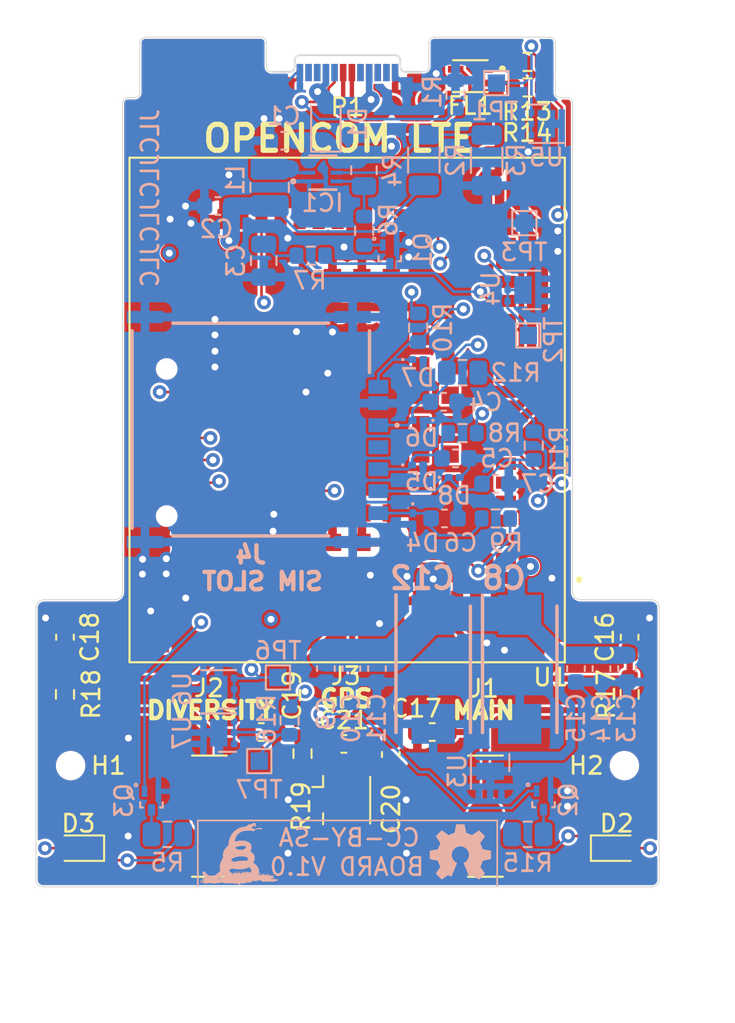
<source format=kicad_pcb>
(kicad_pcb (version 20221018) (generator pcbnew)

  (general
    (thickness 0.8)
  )

  (paper "A4")
  (title_block
    (title "openCom LTE")
    (rev "v1.0")
    (company "Liberated Embedded Systems")
    (comment 1 "Licensed under Creative Commons Attribution 4.0.")
    (comment 4 "https://liberatedsystems.co.uk")
  )

  (layers
    (0 "F.Cu" signal)
    (1 "In1.Cu" signal)
    (2 "In2.Cu" signal)
    (31 "B.Cu" signal)
    (32 "B.Adhes" user "B.Adhesive")
    (33 "F.Adhes" user "F.Adhesive")
    (34 "B.Paste" user)
    (35 "F.Paste" user)
    (36 "B.SilkS" user "B.Silkscreen")
    (37 "F.SilkS" user "F.Silkscreen")
    (38 "B.Mask" user)
    (39 "F.Mask" user)
    (40 "Dwgs.User" user "User.Drawings")
    (41 "Cmts.User" user "User.Comments")
    (42 "Eco1.User" user "User.Eco1")
    (43 "Eco2.User" user "User.Eco2")
    (44 "Edge.Cuts" user)
    (45 "Margin" user)
    (46 "B.CrtYd" user "B.Courtyard")
    (47 "F.CrtYd" user "F.Courtyard")
    (48 "B.Fab" user)
    (49 "F.Fab" user)
    (50 "User.1" user)
    (51 "User.2" user)
    (52 "User.3" user)
    (53 "User.4" user)
    (54 "User.5" user)
    (55 "User.6" user)
    (56 "User.7" user)
    (57 "User.8" user)
    (58 "User.9" user)
  )

  (setup
    (stackup
      (layer "F.SilkS" (type "Top Silk Screen"))
      (layer "F.Paste" (type "Top Solder Paste"))
      (layer "F.Mask" (type "Top Solder Mask") (thickness 0.01))
      (layer "F.Cu" (type "copper") (thickness 0.035))
      (layer "dielectric 1" (type "prepreg") (thickness 0.1) (material "FR4") (epsilon_r 4.5) (loss_tangent 0.02))
      (layer "In1.Cu" (type "copper") (thickness 0.035))
      (layer "dielectric 2" (type "core") (thickness 0.44) (material "FR4") (epsilon_r 4.5) (loss_tangent 0.02))
      (layer "In2.Cu" (type "copper") (thickness 0.035))
      (layer "dielectric 3" (type "prepreg") (thickness 0.1) (material "FR4") (epsilon_r 4.5) (loss_tangent 0.02))
      (layer "B.Cu" (type "copper") (thickness 0.035))
      (layer "B.Mask" (type "Bottom Solder Mask") (thickness 0.01))
      (layer "B.Paste" (type "Bottom Solder Paste"))
      (layer "B.SilkS" (type "Bottom Silk Screen"))
      (copper_finish "None")
      (dielectric_constraints no)
    )
    (pad_to_mask_clearance 0)
    (pcbplotparams
      (layerselection 0x00010fc_ffffffff)
      (plot_on_all_layers_selection 0x0000000_00000000)
      (disableapertmacros false)
      (usegerberextensions false)
      (usegerberattributes true)
      (usegerberadvancedattributes true)
      (creategerberjobfile true)
      (dashed_line_dash_ratio 12.000000)
      (dashed_line_gap_ratio 3.000000)
      (svgprecision 4)
      (plotframeref false)
      (viasonmask false)
      (mode 1)
      (useauxorigin false)
      (hpglpennumber 1)
      (hpglpenspeed 20)
      (hpglpendiameter 15.000000)
      (dxfpolygonmode true)
      (dxfimperialunits true)
      (dxfusepcbnewfont true)
      (psnegative false)
      (psa4output false)
      (plotreference true)
      (plotvalue true)
      (plotinvisibletext false)
      (sketchpadsonfab false)
      (subtractmaskfromsilk false)
      (outputformat 1)
      (mirror false)
      (drillshape 0)
      (scaleselection 1)
      (outputdirectory "gen/")
    )
  )

  (net 0 "")
  (net 1 "VBUS")
  (net 2 "GND")
  (net 3 "+3V8")
  (net 4 "/POWER_GOOD")
  (net 5 "/USIM_PRESENCE")
  (net 6 "/ANT_MAIN")
  (net 7 "/ANT_DIV")
  (net 8 "/ANT_GNSS")
  (net 9 "Net-(J3-In)")
  (net 10 "Net-(D1-A)")
  (net 11 "Net-(D2-K)")
  (net 12 "Net-(D3-K)")
  (net 13 "/USB_D+")
  (net 14 "/USB_D-")
  (net 15 "Net-(IC1-SW)")
  (net 16 "Net-(IC1-FB)")
  (net 17 "Net-(IC1-PG)")
  (net 18 "Net-(P1-CC)")
  (net 19 "unconnected-(P1-VCONN-PadB5)")
  (net 20 "Net-(Q1-B)")
  (net 21 "Net-(Q1-C)")
  (net 22 "/NETLIGHT")
  (net 23 "Net-(Q2-C)")
  (net 24 "/STATUS")
  (net 25 "Net-(Q3-C)")
  (net 26 "/USIM_RST")
  (net 27 "/USIM_CLK")
  (net 28 "/VDD_EXT")
  (net 29 "/USIM_DATA")
  (net 30 "Net-(R13-Pad1)")
  (net 31 "Net-(R14-Pad1)")
  (net 32 "Net-(R16-Pad2)")
  (net 33 "Net-(U1-USB_BOOT)")
  (net 34 "unconnected-(U1-PCM_CLK-Pad4)")
  (net 35 "unconnected-(U1-PCM_SYNC-Pad5)")
  (net 36 "unconnected-(U1-PCM_DIN-Pad6)")
  (net 37 "unconnected-(U1-PCM_DOUT-Pad7)")
  (net 38 "unconnected-(U1-RESET_N-Pad17)")
  (net 39 "unconnected-(U1-RESERVED-Pad18)")
  (net 40 "unconnected-(U1-AP_READY-Pad19)")
  (net 41 "unconnected-(U1-DBG_RXD-Pad22)")
  (net 42 "unconnected-(U1-DBG_TXD-Pad23)")
  (net 43 "unconnected-(U1-ADC0-Pad24)")
  (net 44 "unconnected-(U1-SPI_CLK-Pad26)")
  (net 45 "unconnected-(U1-SPI_MOSI-Pad27)")
  (net 46 "unconnected-(U1-SPI_MISO-Pad28)")
  (net 47 "unconnected-(U1-DTR-Pad30)")
  (net 48 "unconnected-(U1-RXD-Pad34)")
  (net 49 "unconnected-(U1-TXD-Pad35)")
  (net 50 "unconnected-(U1-CTS-Pad36)")
  (net 51 "unconnected-(U1-RTS-Pad37)")
  (net 52 "unconnected-(U1-DCD-Pad38)")
  (net 53 "unconnected-(U1-RI-Pad39)")
  (net 54 "unconnected-(U1-I2C_SCL-Pad40)")
  (net 55 "unconnected-(U1-I2C_SDA-Pad41)")
  (net 56 "unconnected-(U1-USIM2_PRESENCE-Pad83)")
  (net 57 "unconnected-(U1-USIM2_CLK-Pad84)")
  (net 58 "/USIM_VDD")
  (net 59 "Net-(C17-Pad1)")
  (net 60 "Net-(C19-Pad1)")
  (net 61 "/USBC_D+")
  (net 62 "/USBC_D-")
  (net 63 "unconnected-(U1-USIM2_RST-Pad85)")
  (net 64 "unconnected-(U1-USIM2_DATA-Pad86)")
  (net 65 "unconnected-(U1-USIM2_VDD-Pad87)")
  (net 66 "Net-(J4-RST)")
  (net 67 "Net-(J4-CLK)")
  (net 68 "Net-(J4-I{slash}O)")
  (net 69 "unconnected-(J4-VPP-PadC6)")

  (footprint "CONSMA002-SMD:LINX_CONSMA002-SMD" (layer "F.Cu") (at 151.72 142.15))

  (footprint "Resistor_SMD:R_0603_1608Metric" (layer "F.Cu") (at 154.15 98.575 180))

  (footprint "Resistor_SMD:R_0603_1608Metric_Pad0.98x0.95mm_HandSolder" (layer "F.Cu") (at 160.05 135.1125 -90))

  (footprint "LED_SMD:LED_0603_1608Metric" (layer "F.Cu") (at 128.2 144 180))

  (footprint "Capacitor_SMD:C_0603_1608Metric_Pad1.08x0.95mm_HandSolder" (layer "F.Cu") (at 146.25 138.5875 -90))

  (footprint "Resistor_SMD:R_0603_1608Metric_Pad0.98x0.95mm_HandSolder" (layer "F.Cu") (at 141.15 138.5375 -90))

  (footprint "Connector_USB:USB_C_Plug_Molex_105444" (layer "F.Cu") (at 143.75 99.15))

  (footprint "MountingHole:MountingHole_2.2mm_M2" (layer "F.Cu") (at 159.75 139.23))

  (footprint "LED_SMD:LED_0603_1608Metric" (layer "F.Cu") (at 159.3 144))

  (footprint "CONSMA002-SMD:LINX_CONSMA002-SMD" (layer "F.Cu") (at 135.77 142.15))

  (footprint "Capacitor_SMD:C_0603_1608Metric_Pad1.08x0.95mm_HandSolder" (layer "F.Cu") (at 160.05 131.8125 90))

  (footprint "Capacitor_SMD:C_0603_1608Metric_Pad1.08x0.95mm_HandSolder" (layer "F.Cu") (at 138.7675 137.29))

  (footprint "Capacitor_SMD:C_0603_1608Metric_Pad1.08x0.95mm_HandSolder" (layer "F.Cu") (at 127.425 131.8125 90))

  (footprint "Capacitor_SMD:C_0603_1608Metric_Pad1.08x0.95mm_HandSolder" (layer "F.Cu") (at 148.6475 137.29 180))

  (footprint "Capacitor_SMD:C_0603_1608Metric_Pad1.08x0.95mm_HandSolder" (layer "F.Cu") (at 143.5375 137.975))

  (footprint "Resistor_SMD:R_0603_1608Metric_Pad0.98x0.95mm_HandSolder" (layer "F.Cu") (at 127.425 135.1125 -90))

  (footprint "MountingHole:MountingHole_2.2mm_M2" (layer "F.Cu") (at 127.75 139.23))

  (footprint "Resistor_SMD:R_0603_1608Metric" (layer "F.Cu") (at 154.15 100.05 180))

  (footprint "DLW21SN900SQ2L:FIL_DLW21SN900SQ2L" (layer "F.Cu") (at 150.85 99.4 180))

  (footprint "EG95:XCVR_EG95" (layer "F.Cu")
    (tstamp f851ed5b-4e23-405b-b1aa-e8d65dde7576)
    (at 143.73 118.685 180)
    (property "MANUFACTURER" "Quectel")
    (property "MAXIMUM_PACKAGE_HEIGHT" "2.5mm")
    (property "PARTREV" "1.5")
    (property "STANDARD" "Manufacturer Recommendations")
    (property "Sheetfile" "opencom-lte.kicad_sch")
    (property "Sheetname" "")
    (path "/e6a6b14f-fc94-4e9b-b34c-71e0e50cdc39")
    (attr smd)
    (fp_text reference "U1" (at -11.76 -15.445) (layer "F.SilkS")
        (effects (font (size 1 1) (thickness 0.153)))
      (tstamp 1d464947-5842-4187-a9bd-c30a4e55b624)
    )
    (fp_text value "EG95" (at -12.635 15.715) (layer "F.Fab")
        (effects (font (size 1 1) (thickness 0.15)))
      (tstamp 7b80973e-b338-4301-a0a8-35a68cefc798)
    )
    (fp_circle (center -5.95 -4.25) (end -5.478 -4.25)
      (stroke (width 0) (type solid)) (fill solid) (layer "F.Paste") (tstamp 67d3b74d-81a9-43e5-82a0-a58ecb94a205))
    (fp_circle (center -5.95 -2.55) (end -5.478 -2.55)
      (stroke (width 0) (type solid)) (fill solid) (layer "F.Paste") (tstamp 12d7749c-79c9-41a7-b0f5-19f3bfe17632))
    (fp_circle (center -5.95 -0.85) (end -5.478 -0.85)
      (stroke (width 0) (type solid)) (fill solid) (layer "F.Paste") (tstamp 4e384b70-bee1-4f3c-923a-35ca47ab2658))
    (fp_circle (center -5.95 0.85) (end -5.478 0.85)
      (stroke (width 0) (type solid)) (fill solid) (layer "F.Paste") (tstamp 6d05fc8f-1146-4558-87f4-124d02db3765))
    (fp_circle (center -5.95 2.55) (end -5.478 2.55)
      (stroke (width 0) (type solid)) (fill solid) (layer "F.Paste") (tstamp 357ed333-a131-4460-9f03-f99d16791163))
    (fp_circle (center -5.95 4.25) (end -5.478 4.25)
      (stroke (width 0) (type solid)) (fill solid) (layer "F.Paste") (tstamp 63f94867-3c9e-4667-930a-fee0f1e2ebe2))
    (fp_circle (center -4.25 -4.25) (end -3.778 -4.25)
      (stroke (width 0) (type solid)) (fill solid) (layer "F.Paste") (tstamp 13cc66c6-7510-4e83-a694-d08949b734e5))
    (fp_circle (center -4.25 -2.55) (end -3.778 -2.55)
      (stroke (width 0) (type solid)) (fill solid) (layer "F.Paste") (tstamp 8c7a9cf3-ddbd-4b7c-bebc-49031a5e6d73))
    (fp_circle (center -4.25 -0.85) (end -3.778 -0.85)
      (stroke (width 0) (type solid)) (fill solid) (layer "F.Paste") (tstamp 3d9d3b4e-af9b-4dbc-9336-c29b3746faba))
    (fp_circle (center -4.25 0.85) (end -3.778 0.85)
      (stroke (width 0) (type solid)) (fill solid) (layer "F.Paste") (tstamp 690ddcd6-4d8e-42c0-ad75-ff9db3797b01))
    (fp_circle (center -4.25 2.55) (end -3.778 2.55)
      (stroke (width 0) (type solid)) (fill solid) (layer "F.Paste") (tstamp 75b36f97-51b2-4f40-b557-750c42c33062))
    (fp_circle (center -4.25 4.25) (end -3.778 4.25)
      (stroke (width 0) (type solid)) (fill solid) (layer "F.Paste") (tstamp 4e758d36-1513-487c-9267-fc087fa18d60))
    (fp_circle (center -2.55 -7.65) (end -2.078 -7.65)
      (stroke (width 0) (type solid)) (fill solid) (layer "F.Paste") (tstamp 3633692c-49f1-42ca-94b0-b891b5a33b8a))
    (fp_circle (center -2.55 -5.95) (end -2.078 -5.95)
      (stroke (width 0) (type solid)) (fill solid) (layer "F.Paste") (tstamp daf7962a-2a44-472f-b9c9-8c84ea1849f8))
    (fp_circle (center -2.55 5.95) (end -2.078 5.95)
      (stroke (width 0) (type solid)) (fill solid) (layer "F.Paste") (tstamp 32fabbac-dc5d-4778-92ac-b5c62bce09fe))
    (fp_circle (center -2.55 7.65) (end -2.078 7.65)
      (stroke (width 0) (type solid)) (fill solid) (layer "F.Paste") (tstamp b9df1aa6-a689-4293-8753-7c59f8230178))
    (fp_circle (center -0.85 -7.65) (end -0.378 -7.65)
      (stroke (width 0) (type solid)) (fill solid) (layer "F.Paste") (tstamp 4d0be172-5136-470d-b73a-7a8cb51ed73c))
    (fp_circle (center -0.85 -5.95) (end -0.378 -5.95)
      (stroke (width 0) (type solid)) (fill solid) (layer "F.Paste") (tstamp e9ad7bc7-db7f-41e8-8090-37c9b439c87a))
    (fp_circle (center -0.85 5.95) (end -0.378 5.95)
      (stroke (width 0) (type solid)) (fill solid) (layer "F.Paste") (tstamp 4a30cd4e-e496-41e4-82a6-3686d3ecb188))
    (fp_circle (center -0.85 7.65) (end -0.378 7.65)
      (stroke (width 0) (type solid)) (fill solid) (layer "F.Paste") (tstamp 55b8e7ce-c026-444a-87d3-c25fb53b51c9))
    (fp_circle (center 0.85 -7.65) (end 1.322 -7.65)
      (stroke (width 0) (type solid)) (fill solid) (layer "F.Paste") (tstamp 32b20396-c9b0-4873-b9ba-fa2c66fc98d1))
    (fp_circle (center 0.85 -5.95) (end 1.322 -5.95)
      (stroke (width 0) (type solid)) (fill solid) (layer "F.Paste") (tstamp e03b0b90-06f2-4e0d-a234-628bf843efeb))
    (fp_circle (center 0.85 5.95) (end 1.322 5.95)
      (stroke (width 0) (type solid)) (fill solid) (layer "F.Paste") (tstamp 117ba3fd-2c95-455c-a1fb-79870f2b7c3e))
    (fp_circle (center 0.85 7.65) (end 1.322 7.65)
      (stroke (width 0) (type solid)) (fill solid) (layer "F.Paste") (tstamp 9cebe8bb-5944-4532-84f3-4db69cb5a267))
    (fp_circle (center 2.55 -7.65) (end 3.022 -7.65)
      (stroke (width 0) (type solid)) (fill solid) (layer "F.Paste") (tstamp 4591d32e-0bfd-40f2-a436-d8c4a8df7b9c))
    (fp_circle (center 2.55 -5.95) (end 3.022 -5.95)
      (stroke (width 0) (type solid)) (fill solid) (layer "F.Paste") (tstamp 27feb6eb-48a0-44e1-945e-be4be8aa40cb))
    (fp_circle (center 2.55 5.95) (end 3.022 5.95)
      (stroke (width 0) (type solid)) (fill solid) (layer "F.Paste") (tstamp d0d20436-b778-4fa3-9675-56b791c3d56f))
    (fp_circle (center 2.55 7.65) (end 3.022 7.65)
      (stroke (width 0) (type solid)) (fill solid) (layer "F.Paste") (tstamp defa867d-6b76-49c8-bb58-cf6b459a29a2))
    (fp_circle (center 4.25 -4.25) (end 4.722 -4.25)
      (stroke (width 0) (type solid)) (fill solid) (layer "F.Paste") (tstamp 025de2ef-81a6-402c-bdfe-0f3340f36076))
    (fp_circle (center 4.25 -2.55) (end 4.722 -2.55)
      (stroke (width 0) (type solid)) (fill solid) (layer "F.Paste") (tstamp 920f3030-f3a9-49d9-98b1-ba1e7a6cde5b))
    (fp_circle (center 4.25 -0.85) (end 4.722 -0.85)
      (stroke (width 0) (type solid)) (fill solid) (layer "F.Paste") (tstamp cf2d715c-b57e-4e29-b1b7-62efa84a9561))
    (fp_circle (center 4.25 0.85) (end 4.722 0.85)
      (stroke (width 0) (type solid)) (fill solid) (layer "F.Paste") (tstamp ca71414b-1dcf-458c-9ec7-99f7644ea8d3))
    (fp_circle (center 4.25 2.55) (end 4.722 2.55)
      (stroke (width 0) (type solid)) (fill solid) (layer "F.Paste") (tstamp c74df507-238b-4f61-b908-673a0ad914c0))
    (fp_circle (center 4.25 4.25) (end 4.722 4.25)
      (stroke (width 0) (type solid)) (fill solid) (layer "F.Paste") (tstamp 89941a95-52f2-4f01-b5ae-ea2ee97dc086))
    (fp_circle (center 5.95 -4.25) (end 6.422 -4.25)
      (stroke (width 0) (type solid)) (fill solid) (layer "F.Paste") (tstamp 464d7fed-1c31-488c-ad54-5f06dec5a552))
    (fp_circle (center 5.95 -2.55) (end 6.422 -2.55)
      (stroke (width 0) (type solid)) (fill solid) (layer "F.Paste") (tstamp 7989918b-1f57-4399-89ef-f58e0c36eb2c))
    (fp_circle (center 5.95 -0.85) (end 6.422 -0.85)
      (stroke (width 0) (type solid)) (fill solid) (layer "F.Paste") (tstamp 338601a2-47bf-49f9-ba85-32e5a710140d))
    (fp_circle (center 5.95 0.85) (end 6.422 0.85)
      (stroke (width 0) (type solid)) (fill solid) (layer "F.Paste") (tstamp 12da4203-b063-4a2b-968e-3657dc112560))
    (fp_circle (center 5.95 2.55) (end 6.422 2.55)
      (stroke (width 0) (type solid)) (fill solid) (layer "F.Paste") (tstamp 7f6528a6-3a92-4aca-ba64-fc076fca4400))
    (fp_circle (center 5.95 4.25) (end 6.422 4.25)
      (stroke (width 0) (type solid)) (fill solid) (layer "F.Paste") (tstamp faf3a879-e27f-4ff1-b81f-1530938d56fc))
    (fp_poly
      (pts
        (xy -11.66 -13.66)
        (xy -10.64 -13.66)
        (xy -10.64 -12.64)
        (xy -11.66 -12.64)
      )

      (stroke (width 0.01) (type solid)) (fill solid) (layer "F.Paste") (tstamp a4cf9f7c-fc80-4a6e-8aed-8618a06b9c70))
    (fp_poly
      (pts
        (xy -10.54 13.56)
        (xy -10.78 13.56)
        (xy -11.56 12.78)
        (xy -11.56 12.54)
        (xy -10.54 12.54)
      )

      (stroke (width 0.0001) (type solid)) (fill solid) (layer "F.Paste") (tstamp 36e8bdf4-fab0-480a-ae07-fd85752c3d27))
    (fp_poly
      (pts
        (xy -10.54 13.56)
        (xy -10.78 13.56)
        (xy -11.56 12.78)
        (xy -11.56 12.54)
        (xy -10.54 12.54)
      )

      (stroke (width 0.0001) (type solid)) (fill solid) (layer "F.Paste") (tstamp fb33d6b7-c026-42c4-b8ab-e0e13b2d656e))
    (fp_poly
      (pts
        (xy 10.54 -13.56)
        (xy 10.78 -13.56)
        (xy 11.56 -12.78)
        (xy 11.56 -12.54)
        (xy 10.54 -12.54)
      )

      (stroke (width 0.0001) (type solid)) (fill solid) (layer "F.Paste") (tstamp 74c62a22-a856-4ac7-bb7a-1febdc12e728))
    (fp_poly
      (pts
        (xy 10.54 13.56)
        (xy 10.78 13.56)
        (xy 11.56 12.78)
        (xy 11.56 12.54)
        (xy 10.54 12.54)
      )

      (stroke (width 0.0001) (type solid)) (fill solid) (layer "F.Paste") (tstamp c4360858-c8a5-42dc-836e-f31e91c33908))
    (fp_poly
      (pts
        (xy -9.525 -9.98)
        (xy -8.825 -9.98)
        (xy -8.819 -9.98)
        (xy -8.814 -9.979)
        (xy -8.808 -9.979)
        (xy -8.802 -9.978)
        (xy -8.797 -9.976)
        (xy -8.791 -9.975)
        (xy -8.786 -9.973)
        (xy -8.78 -9.97)
        (xy -8.775 -9.968)
        (xy -8.77 -9.965)
        (xy -8.765 -9.962)
        (xy -8.76 -9.959)
        (xy -8.756 -9.955)
        (xy -8.751 -9.952)
        (xy -8.747 -9.948)
        (xy -8.743 -9.944)
        (xy -8.74 -9.939)
        (xy -8.736 -9.935)
        (xy -8.733 -9.93)
        (xy -8.73 -9.925)
        (xy -8.727 -9.92)
        (xy -8.725 -9.915)
        (xy -8.722 -9.909)
        (xy -8.72 -9.904)
        (xy -8.719 -9.898)
        (xy -8.717 -9.893)
        (xy -8.716 -9.887)
        (xy -8.716 -9.881)
        (xy -8.715 -9.876)
        (xy -8.715 -9.87)
        (xy -8.715 -9.53)
        (xy -8.715 -9.524)
        (xy -8.716 -9.519)
        (xy -8.716 -9.513)
        (xy -8.717 -9.507)
        (xy -8.719 -9.502)
        (xy -8.72 -9.496)
        (xy -8.722 -9.491)
        (xy -8.725 -9.485)
        (xy -8.727 -9.48)
        (xy -8.73 -9.475)
        (xy -8.733 -9.47)
        (xy -8.736 -9.465)
        (xy -8.74 -9.461)
        (xy -8.743 -9.456)
        (xy -8.747 -9.452)
        (xy -8.751 -9.448)
        (xy -8.756 -9.445)
        (xy -8.76 -9.441)
        (xy -8.765 -9.438)
        (xy -8.77 -9.435)
        (xy -8.775 -9.432)
        (xy -8.78 -9.43)
        (xy -8.786 -9.427)
        (xy -8.791 -9.425)
        (xy -8.797 -9.424)
        (xy -8.802 -9.422)
        (xy -8.808 -9.421)
        (xy -8.814 -9.421)
        (xy -8.819 -9.42)
        (xy -8.825 -9.42)
        (xy -9.525 -9.42)
        (xy -9.531 -9.42)
        (xy -9.536 -9.421)
        (xy -9.542 -9.421)
        (xy -9.548 -9.422)
        (xy -9.553 -9.424)
        (xy -9.559 -9.425)
        (xy -9.564 -9.427)
        (xy -9.57 -9.43)
        (xy -9.575 -9.432)
        (xy -9.58 -9.435)
        (xy -9.585 -9.438)
        (xy -9.59 -9.441)
        (xy -9.594 -9.445)
        (xy -9.599 -9.448)
        (xy -9.603 -9.452)
        (xy -9.607 -9.456)
        (xy -9.61 -9.461)
        (xy -9.614 -9.465)
        (xy -9.617 -9.47)
        (xy -9.62 -9.475)
        (xy -9.623 -9.48)
        (xy -9.625 -9.485)
        (xy -9.628 -9.491)
        (xy -9.63 -9.496)
        (xy -9.631 -9.502)
        (xy -9.633 -9.507)
        (xy -9.634 -9.513)
        (xy -9.634 -9.519)
        (xy -9.635 -9.524)
        (xy -9.635 -9.53)
        (xy -9.635 -9.87)
        (xy -9.635 -9.876)
        (xy -9.634 -9.881)
        (xy -9.634 -9.887)
        (xy -9.633 -9.893)
        (xy -9.631 -9.898)
        (xy -9.63 -9.904)
        (xy -9.628 -9.909)
        (xy -9.625 -9.915)
        (xy -9.623 -9.92)
        (xy -9.62 -9.925)
        (xy -9.617 -9.93)
        (xy -9.614 -9.935)
        (xy -9.61 -9.939)
        (xy -9.607 -9.944)
        (xy -9.603 -9.948)
        (xy -9.599 -9.952)
        (xy -9.594 -9.955)
        (xy -9.59 -9.959)
        (xy -9.585 -9.962)
        (xy -9.58 -9.965)
        (xy -9.575 -9.968)
        (xy -9.57 -9.97)
        (xy -9.564 -9.973)
        (xy -9.559 -9.975)
        (xy -9.553 -9.976)
        (xy -9.548 -9.978)
        (xy -9.542 -9.979)
        (xy -9.536 -9.979)
        (xy -9.531 -9.98)
        (xy -9.525 -9.98)
      )

      (stroke (width 0.0001) (type solid)) (fill solid) (layer "F.Paste") (tstamp 381fb920-c57b-4d2c-bff1-181bec3e7f23))
    (fp_poly
      (pts
        (xy -9.525 -8.88)
        (xy -8.825 -8.88)
        (xy -8.819 -8.88)
        (xy -8.814 -8.879)
        (xy -8.808 -8.879)
        (xy -8.802 -8.878)
        (xy -8.797 -8.876)
        (xy -8.791 -8.875)
        (xy -8.786 -8.873)
        (xy -8.78 -8.87)
        (xy -8.775 -8.868)
        (xy -8.77 -8.865)
        (xy -8.765 -8.862)
        (xy -8.76 -8.859)
        (xy -8.756 -8.855)
        (xy -8.751 -8.852)
        (xy -8.747 -8.848)
        (xy -8.743 -8.844)
        (xy -8.74 -8.839)
        (xy -8.736 -8.835)
        (xy -8.733 -8.83)
        (xy -8.73 -8.825)
        (xy -8.727 -8.82)
        (xy -8.725 -8.815)
        (xy -8.722 -8.809)
        (xy -8.72 -8.804)
        (xy -8.719 -8.798)
        (xy -8.717 -8.793)
        (xy -8.716 -8.787)
        (xy -8.716 -8.781)
        (xy -8.715 -8.776)
        (xy -8.715 -8.77)
        (xy -8.715 -8.43)
        (xy -8.715 -8.424)
        (xy -8.716 -8.419)
        (xy -8.716 -8.413)
        (xy -8.717 -8.407)
        (xy -8.719 -8.402)
        (xy -8.72 -8.396)
        (xy -8.722 -8.391)
        (xy -8.725 -8.385)
        (xy -8.727 -8.38)
        (xy -8.73 -8.375)
        (xy -8.733 -8.37)
        (xy -8.736 -8.365)
        (xy -8.74 -8.361)
        (xy -8.743 -8.356)
        (xy -8.747 -8.352)
        (xy -8.751 -8.348)
        (xy -8.756 -8.345)
        (xy -8.76 -8.341)
        (xy -8.765 -8.338)
        (xy -8.77 -8.335)
        (xy -8.775 -8.332)
        (xy -8.78 -8.33)
        (xy -8.786 -8.327)
        (xy -8.791 -8.325)
        (xy -8.797 -8.324)
        (xy -8.802 -8.322)
        (xy -8.808 -8.321)
        (xy -8.814 -8.321)
        (xy -8.819 -8.32)
        (xy -8.825 -8.32)
        (xy -9.525 -8.32)
        (xy -9.531 -8.32)
        (xy -9.536 -8.321)
        (xy -9.542 -8.321)
        (xy -9.548 -8.322)
        (xy -9.553 -8.324)
        (xy -9.559 -8.325)
        (xy -9.564 -8.327)
        (xy -9.57 -8.33)
        (xy -9.575 -8.332)
        (xy -9.58 -8.335)
        (xy -9.585 -8.338)
        (xy -9.59 -8.341)
        (xy -9.594 -8.345)
        (xy -9.599 -8.348)
        (xy -9.603 -8.352)
        (xy -9.607 -8.356)
        (xy -9.61 -8.361)
        (xy -9.614 -8.365)
        (xy -9.617 -8.37)
        (xy -9.62 -8.375)
        (xy -9.623 -8.38)
        (xy -9.625 -8.385)
        (xy -9.628 -8.391)
        (xy -9.63 -8.396)
        (xy -9.631 -8.402)
        (xy -9.633 -8.407)
        (xy -9.634 -8.413)
        (xy -9.634 -8.419)
        (xy -9.635 -8.424)
        (xy -9.635 -8.43)
        (xy -9.635 -8.77)
        (xy -9.635 -8.776)
        (xy -9.634 -8.781)
        (xy -9.634 -8.787)
        (xy -9.633 -8.793)
        (xy -9.631 -8.798)
        (xy -9.63 -8.804)
        (xy -9.628 -8.809)
        (xy -9.625 -8.815)
        (xy -9.623 -8.82)
        (xy -9.62 -8.825)
        (xy -9.617 -8.83)
        (xy -9.614 -8.835)
        (xy -9.61 -8.839)
        (xy -9.607 -8.844)
        (xy -9.603 -8.848)
        (xy -9.599 -8.852)
        (xy -9.594 -8.855)
        (xy -9.59 -8.859)
        (xy -9.585 -8.862)
        (xy -9.58 -8.865)
        (xy -9.575 -8.868)
        (xy -9.57 -8.87)
        (xy -9.564 -8.873)
        (xy -9.559 -8.875)
        (xy -9.553 -8.876)
        (xy -9.548 -8.878)
        (xy -9.542 -8.879)
        (xy -9.536 -8.879)
        (xy -9.531 -8.88)
        (xy -9.525 -8.88)
      )

      (stroke (width 0.0001) (type solid)) (fill solid) (layer "F.Paste") (tstamp 15a79106-df97-4493-8a49-601ca5566463))
    (fp_poly
      (pts
        (xy -9.525 -7.78)
        (xy -8.825 -7.78)
        (xy -8.819 -7.78)
        (xy -8.814 -7.779)
        (xy -8.808 -7.779)
        (xy -8.802 -7.778)
        (xy -8.797 -7.776)
        (xy -8.791 -7.775)
        (xy -8.786 -7.773)
        (xy -8.78 -7.77)
        (xy -8.775 -7.768)
        (xy -8.77 -7.765)
        (xy -8.765 -7.762)
        (xy -8.76 -7.759)
        (xy -8.756 -7.755)
        (xy -8.751 -7.752)
        (xy -8.747 -7.748)
        (xy -8.743 -7.744)
        (xy -8.74 -7.739)
        (xy -8.736 -7.735)
        (xy -8.733 -7.73)
        (xy -8.73 -7.725)
        (xy -8.727 -7.72)
        (xy -8.725 -7.715)
        (xy -8.722 -7.709)
        (xy -8.72 -7.704)
        (xy -8.719 -7.698)
        (xy -8.717 -7.693)
        (xy -8.716 -7.687)
        (xy -8.716 -7.681)
        (xy -8.715 -7.676)
        (xy -8.715 -7.67)
        (xy -8.715 -7.33)
        (xy -8.715 -7.324)
        (xy -8.716 -7.319)
        (xy -8.716 -7.313)
        (xy -8.717 -7.307)
        (xy -8.719 -7.302)
        (xy -8.72 -7.296)
        (xy -8.722 -7.291)
        (xy -8.725 -7.285)
        (xy -8.727 -7.28)
        (xy -8.73 -7.275)
        (xy -8.733 -7.27)
        (xy -8.736 -7.265)
        (xy -8.74 -7.261)
        (xy -8.743 -7.256)
        (xy -8.747 -7.252)
        (xy -8.751 -7.248)
        (xy -8.756 -7.245)
        (xy -8.76 -7.241)
        (xy -8.765 -7.238)
        (xy -8.77 -7.235)
        (xy -8.775 -7.232)
        (xy -8.78 -7.23)
        (xy -8.786 -7.227)
        (xy -8.791 -7.225)
        (xy -8.797 -7.224)
        (xy -8.802 -7.222)
        (xy -8.808 -7.221)
        (xy -8.814 -7.221)
        (xy -8.819 -7.22)
        (xy -8.825 -7.22)
        (xy -9.525 -7.22)
        (xy -9.531 -7.22)
        (xy -9.536 -7.221)
        (xy -9.542 -7.221)
        (xy -9.548 -7.222)
        (xy -9.553 -7.224)
        (xy -9.559 -7.225)
        (xy -9.564 -7.227)
        (xy -9.57 -7.23)
        (xy -9.575 -7.232)
        (xy -9.58 -7.235)
        (xy -9.585 -7.238)
        (xy -9.59 -7.241)
        (xy -9.594 -7.245)
        (xy -9.599 -7.248)
        (xy -9.603 -7.252)
        (xy -9.607 -7.256)
        (xy -9.61 -7.261)
        (xy -9.614 -7.265)
        (xy -9.617 -7.27)
        (xy -9.62 -7.275)
        (xy -9.623 -7.28)
        (xy -9.625 -7.285)
        (xy -9.628 -7.291)
        (xy -9.63 -7.296)
        (xy -9.631 -7.302)
        (xy -9.633 -7.307)
        (xy -9.634 -7.313)
        (xy -9.634 -7.319)
        (xy -9.635 -7.324)
        (xy -9.635 -7.33)
        (xy -9.635 -7.67)
        (xy -9.635 -7.676)
        (xy -9.634 -7.681)
        (xy -9.634 -7.687)
        (xy -9.633 -7.693)
        (xy -9.631 -7.698)
        (xy -9.63 -7.704)
        (xy -9.628 -7.709)
        (xy -9.625 -7.715)
        (xy -9.623 -7.72)
        (xy -9.62 -7.725)
        (xy -9.617 -7.73)
        (xy -9.614 -7.735)
        (xy -9.61 -7.739)
        (xy -9.607 -7.744)
        (xy -9.603 -7.748)
        (xy -9.599 -7.752)
        (xy -9.594 -7.755)
        (xy -9.59 -7.759)
        (xy -9.585 -7.762)
        (xy -9.58 -7.765)
        (xy -9.575 -7.768)
        (xy -9.57 -7.77)
        (xy -9.564 -7.773)
        (xy -9.559 -7.775)
        (xy -9.553 -7.776)
        (xy -9.548 -7.778)
        (xy -9.542 -7.779)
        (xy -9.536 -7.779)
        (xy -9.531 -7.78)
        (xy -9.525 -7.78)
      )

      (stroke (width 0.0001) (type solid)) (fill solid) (layer "F.Paste") (tstamp 0c575af3-6ed1-46a3-bfde-38643bb7e524))
    (fp_poly
      (pts
        (xy -9.525 -6.68)
        (xy -8.825 -6.68)
        (xy -8.819 -6.68)
        (xy -8.814 -6.679)
        (xy -8.808 -6.679)
        (xy -8.802 -6.678)
        (xy -8.797 -6.676)
        (xy -8.791 -6.675)
        (xy -8.786 -6.673)
        (xy -8.78 -6.67)
        (xy -8.775 -6.668)
        (xy -8.77 -6.665)
        (xy -8.765 -6.662)
        (xy -8.76 -6.659)
        (xy -8.756 -6.655)
        (xy -8.751 -6.652)
        (xy -8.747 -6.648)
        (xy -8.743 -6.644)
        (xy -8.74 -6.639)
        (xy -8.736 -6.635)
        (xy -8.733 -6.63)
        (xy -8.73 -6.625)
        (xy -8.727 -6.62)
        (xy -8.725 -6.615)
        (xy -8.722 -6.609)
        (xy -8.72 -6.604)
        (xy -8.719 -6.598)
        (xy -8.717 -6.593)
        (xy -8.716 -6.587)
        (xy -8.716 -6.581)
        (xy -8.715 -6.576)
        (xy -8.715 -6.57)
        (xy -8.715 -6.23)
        (xy -8.715 -6.224)
        (xy -8.716 -6.219)
        (xy -8.716 -6.213)
        (xy -8.717 -6.207)
        (xy -8.719 -6.202)
        (xy -8.72 -6.196)
        (xy -8.722 -6.191)
        (xy -8.725 -6.185)
        (xy -8.727 -6.18)
        (xy -8.73 -6.175)
        (xy -8.733 -6.17)
        (xy -8.736 -6.165)
        (xy -8.74 -6.161)
        (xy -8.743 -6.156)
        (xy -8.747 -6.152)
        (xy -8.751 -6.148)
        (xy -8.756 -6.145)
        (xy -8.76 -6.141)
        (xy -8.765 -6.138)
        (xy -8.77 -6.135)
        (xy -8.775 -6.132)
        (xy -8.78 -6.13)
        (xy -8.786 -6.127)
        (xy -8.791 -6.125)
        (xy -8.797 -6.124)
        (xy -8.802 -6.122)
        (xy -8.808 -6.121)
        (xy -8.814 -6.121)
        (xy -8.819 -6.12)
        (xy -8.825 -6.12)
        (xy -9.525 -6.12)
        (xy -9.531 -6.12)
        (xy -9.536 -6.121)
        (xy -9.542 -6.121)
        (xy -9.548 -6.122)
        (xy -9.553 -6.124)
        (xy -9.559 -6.125)
        (xy -9.564 -6.127)
        (xy -9.57 -6.13)
        (xy -9.575 -6.132)
        (xy -9.58 -6.135)
        (xy -9.585 -6.138)
        (xy -9.59 -6.141)
        (xy -9.594 -6.145)
        (xy -9.599 -6.148)
        (xy -9.603 -6.152)
        (xy -9.607 -6.156)
        (xy -9.61 -6.161)
        (xy -9.614 -6.165)
        (xy -9.617 -6.17)
        (xy -9.62 -6.175)
        (xy -9.623 -6.18)
        (xy -9.625 -6.185)
        (xy -9.628 -6.191)
        (xy -9.63 -6.196)
        (xy -9.631 -6.202)
        (xy -9.633 -6.207)
        (xy -9.634 -6.213)
        (xy -9.634 -6.219)
        (xy -9.635 -6.224)
        (xy -9.635 -6.23)
        (xy -9.635 -6.57)
        (xy -9.635 -6.576)
        (xy -9.634 -6.581)
        (xy -9.634 -6.587)
        (xy -9.633 -6.593)
        (xy -9.631 -6.598)
        (xy -9.63 -6.604)
        (xy -9.628 -6.609)
        (xy -9.625 -6.615)
        (xy -9.623 -6.62)
        (xy -9.62 -6.625)
        (xy -9.617 -6.63)
        (xy -9.614 -6.635)
        (xy -9.61 -6.639)
        (xy -9.607 -6.644)
        (xy -9.603 -6.648)
        (xy -9.599 -6.652)
        (xy -9.594 -6.655)
        (xy -9.59 -6.659)
        (xy -9.585 -6.662)
        (xy -9.58 -6.665)
        (xy -9.575 -6.668)
        (xy -9.57 -6.67)
        (xy -9.564 -6.673)
        (xy -9.559 -6.675)
        (xy -9.553 -6.676)
        (xy -9.548 -6.678)
        (xy -9.542 -6.679)
        (xy -9.536 -6.679)
        (xy -9.531 -6.68)
        (xy -9.525 -6.68)
      )

      (stroke (width 0.0001) (type solid)) (fill solid) (layer "F.Paste") (tstamp 4a9d6eca-1bec-49f3-8d4a-6444aca6165c))
    (fp_poly
      (pts
        (xy -9.525 -5.58)
        (xy -8.825 -5.58)
        (xy -8.819 -5.58)
        (xy -8.814 -5.579)
        (xy -8.808 -5.579)
        (xy -8.802 -5.578)
        (xy -8.797 -5.576)
        (xy -8.791 -5.575)
        (xy -8.786 -5.573)
        (xy -8.78 -5.57)
        (xy -8.775 -5.568)
        (xy -8.77 -5.565)
        (xy -8.765 -5.562)
        (xy -8.76 -5.559)
        (xy -8.756 -5.555)
        (xy -8.751 -5.552)
        (xy -8.747 -5.548)
        (xy -8.743 -5.544)
        (xy -8.74 -5.539)
        (xy -8.736 -5.535)
        (xy -8.733 -5.53)
        (xy -8.73 -5.525)
        (xy -8.727 -5.52)
        (xy -8.725 -5.515)
        (xy -8.722 -5.509)
        (xy -8.72 -5.504)
        (xy -8.719 -5.498)
        (xy -8.717 -5.493)
        (xy -8.716 -5.487)
        (xy -8.716 -5.481)
        (xy -8.715 -5.476)
        (xy -8.715 -5.47)
        (xy -8.715 -5.13)
        (xy -8.715 -5.124)
        (xy -8.716 -5.119)
        (xy -8.716 -5.113)
        (xy -8.717 -5.107)
        (xy -8.719 -5.102)
        (xy -8.72 -5.096)
        (xy -8.722 -5.091)
        (xy -8.725 -5.085)
        (xy -8.727 -5.08)
        (xy -8.73 -5.075)
        (xy -8.733 -5.07)
        (xy -8.736 -5.065)
        (xy -8.74 -5.061)
        (xy -8.743 -5.056)
        (xy -8.747 -5.052)
        (xy -8.751 -5.048)
        (xy -8.756 -5.045)
        (xy -8.76 -5.041)
        (xy -8.765 -5.038)
        (xy -8.77 -5.035)
        (xy -8.775 -5.032)
        (xy -8.78 -5.03)
        (xy -8.786 -5.027)
        (xy -8.791 -5.025)
        (xy -8.797 -5.024)
        (xy -8.802 -5.022)
        (xy -8.808 -5.021)
        (xy -8.814 -5.021)
        (xy -8.819 -5.02)
        (xy -8.825 -5.02)
        (xy -9.525 -5.02)
        (xy -9.531 -5.02)
        (xy -9.536 -5.021)
        (xy -9.542 -5.021)
        (xy -9.548 -5.022)
        (xy -9.553 -5.024)
        (xy -9.559 -5.025)
        (xy -9.564 -5.027)
        (xy -9.57 -5.03)
        (xy -9.575 -5.032)
        (xy -9.58 -5.035)
        (xy -9.585 -5.038)
        (xy -9.59 -5.041)
        (xy -9.594 -5.045)
        (xy -9.599 -5.048)
        (xy -9.603 -5.052)
        (xy -9.607 -5.056)
        (xy -9.61 -5.061)
        (xy -9.614 -5.065)
        (xy -9.617 -5.07)
        (xy -9.62 -5.075)
        (xy -9.623 -5.08)
        (xy -9.625 -5.085)
        (xy -9.628 -5.091)
        (xy -9.63 -5.096)
        (xy -9.631 -5.102)
        (xy -9.633 -5.107)
        (xy -9.634 -5.113)
        (xy -9.634 -5.119)
        (xy -9.635 -5.124)
        (xy -9.635 -5.13)
        (xy -9.635 -5.47)
        (xy -9.635 -5.476)
        (xy -9.634 -5.481)
        (xy -9.634 -5.487)
        (xy -9.633 -5.493)
        (xy -9.631 -5.498)
        (xy -9.63 -5.504)
        (xy -9.628 -5.509)
        (xy -9.625 -5.515)
        (xy -9.623 -5.52)
        (xy -9.62 -5.525)
        (xy -9.617 -5.53)
        (xy -9.614 -5.535)
        (xy -9.61 -5.539)
        (xy -9.607 -5.544)
        (xy -9.603 -5.548)
        (xy -9.599 -5.552)
        (xy -9.594 -5.555)
        (xy -9.59 -5.559)
        (xy -9.585 -5.562)
        (xy -9.58 -5.565)
        (xy -9.575 -5.568)
        (xy -9.57 -5.57)
        (xy -9.564 -5.573)
        (xy -9.559 -5.575)
        (xy -9.553 -5.576)
        (xy -9.548 -5.578)
        (xy -9.542 -5.579)
        (xy -9.536 -5.579)
        (xy -9.531 -5.58)
        (xy -9.525 -5.58)
      )

      (stroke (width 0.0001) (type solid)) (fill solid) (layer "F.Paste") (tstamp e40f3414-f91c-4fbd-a4de-8dc5493441cf))
    (fp_poly
      (pts
        (xy -9.525 -4.48)
        (xy -8.825 -4.48)
        (xy -8.819 -4.48)
        (xy -8.814 -4.479)
        (xy -8.808 -4.479)
        (xy -8.802 -4.478)
        (xy -8.797 -4.476)
        (xy -8.791 -4.475)
        (xy -8.786 -4.473)
        (xy -8.78 -4.47)
        (xy -8.775 -4.468)
        (xy -8.77 -4.465)
        (xy -8.765 -4.462)
        (xy -8.76 -4.459)
        (xy -8.756 -4.455)
        (xy -8.751 -4.452)
        (xy -8.747 -4.448)
        (xy -8.743 -4.444)
        (xy -8.74 -4.439)
        (xy -8.736 -4.435)
        (xy -8.733 -4.43)
        (xy -8.73 -4.425)
        (xy -8.727 -4.42)
        (xy -8.725 -4.415)
        (xy -8.722 -4.409)
        (xy -8.72 -4.404)
        (xy -8.719 -4.398)
        (xy -8.717 -4.393)
        (xy -8.716 -4.387)
        (xy -8.716 -4.381)
        (xy -8.715 -4.376)
        (xy -8.715 -4.37)
        (xy -8.715 -4.03)
        (xy -8.715 -4.024)
        (xy -8.716 -4.019)
        (xy -8.716 -4.013)
        (xy -8.717 -4.007)
        (xy -8.719 -4.002)
        (xy -8.72 -3.996)
        (xy -8.722 -3.991)
        (xy -8.725 -3.985)
        (xy -8.727 -3.98)
        (xy -8.73 -3.975)
        (xy -8.733 -3.97)
        (xy -8.736 -3.965)
        (xy -8.74 -3.961)
        (xy -8.743 -3.956)
        (xy -8.747 -3.952)
        (xy -8.751 -3.948)
        (xy -8.756 -3.945)
        (xy -8.76 -3.941)
        (xy -8.765 -3.938)
        (xy -8.77 -3.935)
        (xy -8.775 -3.932)
        (xy -8.78 -3.93)
        (xy -8.786 -3.927)
        (xy -8.791 -3.925)
        (xy -8.797 -3.924)
        (xy -8.802 -3.922)
        (xy -8.808 -3.921)
        (xy -8.814 -3.921)
        (xy -8.819 -3.92)
        (xy -8.825 -3.92)
        (xy -9.525 -3.92)
        (xy -9.531 -3.92)
        (xy -9.536 -3.921)
        (xy -9.542 -3.921)
        (xy -9.548 -3.922)
        (xy -9.553 -3.924)
        (xy -9.559 -3.925)
        (xy -9.564 -3.927)
        (xy -9.57 -3.93)
        (xy -9.575 -3.932)
        (xy -9.58 -3.935)
        (xy -9.585 -3.938)
        (xy -9.59 -3.941)
        (xy -9.594 -3.945)
        (xy -9.599 -3.948)
        (xy -9.603 -3.952)
        (xy -9.607 -3.956)
        (xy -9.61 -3.961)
        (xy -9.614 -3.965)
        (xy -9.617 -3.97)
        (xy -9.62 -3.975)
        (xy -9.623 -3.98)
        (xy -9.625 -3.985)
        (xy -9.628 -3.991)
        (xy -9.63 -3.996)
        (xy -9.631 -4.002)
        (xy -9.633 -4.007)
        (xy -9.634 -4.013)
        (xy -9.634 -4.019)
        (xy -9.635 -4.024)
        (xy -9.635 -4.03)
        (xy -9.635 -4.37)
        (xy -9.635 -4.376)
        (xy -9.634 -4.381)
        (xy -9.634 -4.387)
        (xy -9.633 -4.393)
        (xy -9.631 -4.398)
        (xy -9.63 -4.404)
        (xy -9.628 -4.409)
        (xy -9.625 -4.415)
        (xy -9.623 -4.42)
        (xy -9.62 -4.425)
        (xy -9.617 -4.43)
        (xy -9.614 -4.435)
        (xy -9.61 -4.439)
        (xy -9.607 -4.444)
        (xy -9.603 -4.448)
        (xy -9.599 -4.452)
        (xy -9.594 -4.455)
        (xy -9.59 -4.459)
        (xy -9.585 -4.462)
        (xy -9.58 -4.465)
        (xy -9.575 -4.468)
        (xy -9.57 -4.47)
        (xy -9.564 -4.473)
        (xy -9.559 -4.475)
        (xy -9.553 -4.476)
        (xy -9.548 -4.478)
        (xy -9.542 -4.479)
        (xy -9.536 -4.479)
        (xy -9.531 -4.48)
        (xy -9.525 -4.48)
      )

      (stroke (width 0.0001) (type solid)) (fill solid) (layer "F.Paste") (tstamp 632251aa-57d5-41fd-a286-0fe541e8b458))
    (fp_poly
      (pts
        (xy -9.525 -3.38)
        (xy -8.825 -3.38)
        (xy -8.819 -3.38)
        (xy -8.814 -3.379)
        (xy -8.808 -3.379)
        (xy -8.802 -3.378)
        (xy -8.797 -3.376)
        (xy -8.791 -3.375)
        (xy -8.786 -3.373)
        (xy -8.78 -3.37)
        (xy -8.775 -3.368)
        (xy -8.77 -3.365)
        (xy -8.765 -3.362)
        (xy -8.76 -3.359)
        (xy -8.756 -3.355)
        (xy -8.751 -3.352)
        (xy -8.747 -3.348)
        (xy -8.743 -3.344)
        (xy -8.74 -3.339)
        (xy -8.736 -3.335)
        (xy -8.733 -3.33)
        (xy -8.73 -3.325)
        (xy -8.727 -3.32)
        (xy -8.725 -3.315)
        (xy -8.722 -3.309)
        (xy -8.72 -3.304)
        (xy -8.719 -3.298)
        (xy -8.717 -3.293)
        (xy -8.716 -3.287)
        (xy -8.716 -3.281)
        (xy -8.715 -3.276)
        (xy -8.715 -3.27)
        (xy -8.715 -2.93)
        (xy -8.715 -2.924)
        (xy -8.716 -2.919)
        (xy -8.716 -2.913)
        (xy -8.717 -2.907)
        (xy -8.719 -2.902)
        (xy -8.72 -2.896)
        (xy -8.722 -2.891)
        (xy -8.725 -2.885)
        (xy -8.727 -2.88)
        (xy -8.73 -2.875)
        (xy -8.733 -2.87)
        (xy -8.736 -2.865)
        (xy -8.74 -2.861)
        (xy -8.743 -2.856)
        (xy -8.747 -2.852)
        (xy -8.751 -2.848)
        (xy -8.756 -2.845)
        (xy -8.76 -2.841)
        (xy -8.765 -2.838)
        (xy -8.77 -2.835)
        (xy -8.775 -2.832)
        (xy -8.78 -2.83)
        (xy -8.786 -2.827)
        (xy -8.791 -2.825)
        (xy -8.797 -2.824)
        (xy -8.802 -2.822)
        (xy -8.808 -2.821)
        (xy -8.814 -2.821)
        (xy -8.819 -2.82)
        (xy -8.825 -2.82)
        (xy -9.525 -2.82)
        (xy -9.531 -2.82)
        (xy -9.536 -2.821)
        (xy -9.542 -2.821)
        (xy -9.548 -2.822)
        (xy -9.553 -2.824)
        (xy -9.559 -2.825)
        (xy -9.564 -2.827)
        (xy -9.57 -2.83)
        (xy -9.575 -2.832)
        (xy -9.58 -2.835)
        (xy -9.585 -2.838)
        (xy -9.59 -2.841)
        (xy -9.594 -2.845)
        (xy -9.599 -2.848)
        (xy -9.603 -2.852)
        (xy -9.607 -2.856)
        (xy -9.61 -2.861)
        (xy -9.614 -2.865)
        (xy -9.617 -2.87)
        (xy -9.62 -2.875)
        (xy -9.623 -2.88)
        (xy -9.625 -2.885)
        (xy -9.628 -2.891)
        (xy -9.63 -2.896)
        (xy -9.631 -2.902)
        (xy -9.633 -2.907)
        (xy -9.634 -2.913)
        (xy -9.634 -2.919)
        (xy -9.635 -2.924)
        (xy -9.635 -2.93)
        (xy -9.635 -3.27)
        (xy -9.635 -3.276)
        (xy -9.634 -3.281)
        (xy -9.634 -3.287)
        (xy -9.633 -3.293)
        (xy -9.631 -3.298)
        (xy -9.63 -3.304)
        (xy -9.628 -3.309)
        (xy -9.625 -3.315)
        (xy -9.623 -3.32)
        (xy -9.62 -3.325)
        (xy -9.617 -3.33)
        (xy -9.614 -3.335)
        (xy -9.61 -3.339)
        (xy -9.607 -3.344)
        (xy -9.603 -3.348)
        (xy -9.599 -3.352)
        (xy -9.594 -3.355)
        (xy -9.59 -3.359)
        (xy -9.585 -3.362)
        (xy -9.58 -3.365)
        (xy -9.575 -3.368)
        (xy -9.57 -3.37)
        (xy -9.564 -3.373)
        (xy -9.559 -3.375)
        (xy -9.553 -3.376)
        (xy -9.548 -3.378)
        (xy -9.542 -3.379)
        (xy -9.536 -3.379)
        (xy -9.531 -3.38)
        (xy -9.525 -3.38)
      )

      (stroke (width 0.0001) (type solid)) (fill solid) (layer "F.Paste") (tstamp 165f453a-045e-47a7-9b07-2475fb0ac687))
    (fp_poly
      (pts
        (xy -9.525 -2.28)
        (xy -8.825 -2.28)
        (xy -8.819 -2.28)
        (xy -8.814 -2.279)
        (xy -8.808 -2.279)
        (xy -8.802 -2.278)
        (xy -8.797 -2.276)
        (xy -8.791 -2.275)
        (xy -8.786 -2.273)
        (xy -8.78 -2.27)
        (xy -8.775 -2.268)
        (xy -8.77 -2.265)
        (xy -8.765 -2.262)
        (xy -8.76 -2.259)
        (xy -8.756 -2.255)
        (xy -8.751 -2.252)
        (xy -8.747 -2.248)
        (xy -8.743 -2.244)
        (xy -8.74 -2.239)
        (xy -8.736 -2.235)
        (xy -8.733 -2.23)
        (xy -8.73 -2.225)
        (xy -8.727 -2.22)
        (xy -8.725 -2.215)
        (xy -8.722 -2.209)
        (xy -8.72 -2.204)
        (xy -8.719 -2.198)
        (xy -8.717 -2.193)
        (xy -8.716 -2.187)
        (xy -8.716 -2.181)
        (xy -8.715 -2.176)
        (xy -8.715 -2.17)
        (xy -8.715 -1.83)
        (xy -8.715 -1.824)
        (xy -8.716 -1.819)
        (xy -8.716 -1.813)
        (xy -8.717 -1.807)
        (xy -8.719 -1.802)
        (xy -8.72 -1.796)
        (xy -8.722 -1.791)
        (xy -8.725 -1.785)
        (xy -8.727 -1.78)
        (xy -8.73 -1.775)
        (xy -8.733 -1.77)
        (xy -8.736 -1.765)
        (xy -8.74 -1.761)
        (xy -8.743 -1.756)
        (xy -8.747 -1.752)
        (xy -8.751 -1.748)
        (xy -8.756 -1.745)
        (xy -8.76 -1.741)
        (xy -8.765 -1.738)
        (xy -8.77 -1.735)
        (xy -8.775 -1.732)
        (xy -8.78 -1.73)
        (xy -8.786 -1.727)
        (xy -8.791 -1.725)
        (xy -8.797 -1.724)
        (xy -8.802 -1.722)
        (xy -8.808 -1.721)
        (xy -8.814 -1.721)
        (xy -8.819 -1.72)
        (xy -8.825 -1.72)
        (xy -9.525 -1.72)
        (xy -9.531 -1.72)
        (xy -9.536 -1.721)
        (xy -9.542 -1.721)
        (xy -9.548 -1.722)
        (xy -9.553 -1.724)
        (xy -9.559 -1.725)
        (xy -9.564 -1.727)
        (xy -9.57 -1.73)
        (xy -9.575 -1.732)
        (xy -9.58 -1.735)
        (xy -9.585 -1.738)
        (xy -9.59 -1.741)
        (xy -9.594 -1.745)
        (xy -9.599 -1.748)
        (xy -9.603 -1.752)
        (xy -9.607 -1.756)
        (xy -9.61 -1.761)
        (xy -9.614 -1.765)
        (xy -9.617 -1.77)
        (xy -9.62 -1.775)
        (xy -9.623 -1.78)
        (xy -9.625 -1.785)
        (xy -9.628 -1.791)
        (xy -9.63 -1.796)
        (xy -9.631 -1.802)
        (xy -9.633 -1.807)
        (xy -9.634 -1.813)
        (xy -9.634 -1.819)
        (xy -9.635 -1.824)
        (xy -9.635 -1.83)
        (xy -9.635 -2.17)
        (xy -9.635 -2.176)
        (xy -9.634 -2.181)
        (xy -9.634 -2.187)
        (xy -9.633 -2.193)
        (xy -9.631 -2.198)
        (xy -9.63 -2.204)
        (xy -9.628 -2.209)
        (xy -9.625 -2.215)
        (xy -9.623 -2.22)
        (xy -9.62 -2.225)
        (xy -9.617 -2.23)
        (xy -9.614 -2.235)
        (xy -9.61 -2.239)
        (xy -9.607 -2.244)
        (xy -9.603 -2.248)
        (xy -9.599 -2.252)
        (xy -9.594 -2.255)
        (xy -9.59 -2.259)
        (xy -9.585 -2.262)
        (xy -9.58 -2.265)
        (xy -9.575 -2.268)
        (xy -9.57 -2.27)
        (xy -9.564 -2.273)
        (xy -9.559 -2.275)
        (xy -9.553 -2.276)
        (xy -9.548 -2.278)
        (xy -9.542 -2.279)
        (xy -9.536 -2.279)
        (xy -9.531 -2.28)
        (xy -9.525 -2.28)
      )

      (stroke (width 0.0001) (type solid)) (fill solid) (layer "F.Paste") (tstamp cb1c1cbf-eb5c-4e30-88f9-10cfafcf0427))
    (fp_poly
      (pts
        (xy -9.525 -1.18)
        (xy -8.825 -1.18)
        (xy -8.819 -1.18)
        (xy -8.814 -1.179)
        (xy -8.808 -1.179)
        (xy -8.802 -1.178)
        (xy -8.797 -1.176)
        (xy -8.791 -1.175)
        (xy -8.786 -1.173)
        (xy -8.78 -1.17)
        (xy -8.775 -1.168)
        (xy -8.77 -1.165)
        (xy -8.765 -1.162)
        (xy -8.76 -1.159)
        (xy -8.756 -1.155)
        (xy -8.751 -1.152)
        (xy -8.747 -1.148)
        (xy -8.743 -1.144)
        (xy -8.74 -1.139)
        (xy -8.736 -1.135)
        (xy -8.733 -1.13)
        (xy -8.73 -1.125)
        (xy -8.727 -1.12)
        (xy -8.725 -1.115)
        (xy -8.722 -1.109)
        (xy -8.72 -1.104)
        (xy -8.719 -1.098)
        (xy -8.717 -1.093)
        (xy -8.716 -1.087)
        (xy -8.716 -1.081)
        (xy -8.715 -1.076)
        (xy -8.715 -1.07)
        (xy -8.715 -0.73)
        (xy -8.715 -0.724)
        (xy -8.716 -0.719)
        (xy -8.716 -0.713)
        (xy -8.717 -0.707)
        (xy -8.719 -0.702)
        (xy -8.72 -0.696)
        (xy -8.722 -0.691)
        (xy -8.725 -0.685)
        (xy -8.727 -0.68)
        (xy -8.73 -0.675)
        (xy -8.733 -0.67)
        (xy -8.736 -0.665)
        (xy -8.74 -0.661)
        (xy -8.743 -0.656)
        (xy -8.747 -0.652)
        (xy -8.751 -0.648)
        (xy -8.756 -0.645)
        (xy -8.76 -0.641)
        (xy -8.765 -0.638)
        (xy -8.77 -0.635)
        (xy -8.775 -0.632)
        (xy -8.78 -0.63)
        (xy -8.786 -0.627)
        (xy -8.791 -0.625)
        (xy -8.797 -0.624)
        (xy -8.802 -0.622)
        (xy -8.808 -0.621)
        (xy -8.814 -0.621)
        (xy -8.819 -0.62)
        (xy -8.825 -0.62)
        (xy -9.525 -0.62)
        (xy -9.531 -0.62)
        (xy -9.536 -0.621)
        (xy -9.542 -0.621)
        (xy -9.548 -0.622)
        (xy -9.553 -0.624)
        (xy -9.559 -0.625)
        (xy -9.564 -0.627)
        (xy -9.57 -0.63)
        (xy -9.575 -0.632)
        (xy -9.58 -0.635)
        (xy -9.585 -0.638)
        (xy -9.59 -0.641)
        (xy -9.594 -0.645)
        (xy -9.599 -0.648)
        (xy -9.603 -0.652)
        (xy -9.607 -0.656)
        (xy -9.61 -0.661)
        (xy -9.614 -0.665)
        (xy -9.617 -0.67)
        (xy -9.62 -0.675)
        (xy -9.623 -0.68)
        (xy -9.625 -0.685)
        (xy -9.628 -0.691)
        (xy -9.63 -0.696)
        (xy -9.631 -0.702)
        (xy -9.633 -0.707)
        (xy -9.634 -0.713)
        (xy -9.634 -0.719)
        (xy -9.635 -0.724)
        (xy -9.635 -0.73)
        (xy -9.635 -1.07)
        (xy -9.635 -1.076)
        (xy -9.634 -1.081)
        (xy -9.634 -1.087)
        (xy -9.633 -1.093)
        (xy -9.631 -1.098)
        (xy -9.63 -1.104)
        (xy -9.628 -1.109)
        (xy -9.625 -1.115)
        (xy -9.623 -1.12)
        (xy -9.62 -1.125)
        (xy -9.617 -1.13)
        (xy -9.614 -1.135)
        (xy -9.61 -1.139)
        (xy -9.607 -1.144)
        (xy -9.603 -1.148)
        (xy -9.599 -1.152)
        (xy -9.594 -1.155)
        (xy -9.59 -1.159)
        (xy -9.585 -1.162)
        (xy -9.58 -1.165)
        (xy -9.575 -1.168)
        (xy -9.57 -1.17)
        (xy -9.564 -1.173)
        (xy -9.559 -1.175)
        (xy -9.553 -1.176)
        (xy -9.548 -1.178)
        (xy -9.542 -1.179)
        (xy -9.536 -1.179)
        (xy -9.531 -1.18)
        (xy -9.525 -1.18)
      )

      (stroke (width 0.0001) (type solid)) (fill solid) (layer "F.Paste") (tstamp c11e1d9b-f371-494a-9e93-7ce3f3a628a9))
    (fp_poly
      (pts
        (xy -9.525 -0.08)
        (xy -8.825 -0.08)
        (xy -8.819 -0.08)
        (xy -8.814 -0.079)
        (xy -8.808 -0.079)
        (xy -8.802 -0.078)
        (xy -8.797 -0.076)
        (xy -8.791 -0.075)
        (xy -8.786 -0.073)
        (xy -8.78 -0.07)
        (xy -8.775 -0.068)
        (xy -8.77 -0.065)
        (xy -8.765 -0.062)
        (xy -8.76 -0.059)
        (xy -8.756 -0.055)
        (xy -8.751 -0.052)
        (xy -8.747 -0.048)
        (xy -8.743 -0.044)
        (xy -8.74 -0.039)
        (xy -8.736 -0.035)
        (xy -8.733 -0.03)
        (xy -8.73 -0.025)
        (xy -8.727 -0.02)
        (xy -8.725 -0.015)
        (xy -8.722 -0.009)
        (xy -8.72 -0.004)
        (xy -8.719 0.002)
        (xy -8.717 0.007)
        (xy -8.716 0.013)
        (xy -8.716 0.019)
        (xy -8.715 0.024)
        (xy -8.715 0.03)
        (xy -8.715 0.37)
        (xy -8.715 0.376)
        (xy -8.716 0.381)
        (xy -8.716 0.387)
        (xy -8.717 0.393)
        (xy -8.719 0.398)
        (xy -8.72 0.404)
        (xy -8.722 0.409)
        (xy -8.725 0.415)
        (xy -8.727 0.42)
        (xy -8.73 0.425)
        (xy -8.733 0.43)
        (xy -8.736 0.435)
        (xy -8.74 0.439)
        (xy -8.743 0.444)
        (xy -8.747 0.448)
        (xy -8.751 0.452)
        (xy -8.756 0.455)
        (xy -8.76 0.459)
        (xy -8.765 0.462)
        (xy -8.77 0.465)
        (xy -8.775 0.468)
        (xy -8.78 0.47)
        (xy -8.786 0.473)
        (xy -8.791 0.475)
        (xy -8.797 0.476)
        (xy -8.802 0.478)
        (xy -8.808 0.479)
        (xy -8.814 0.479)
        (xy -8.819 0.48)
        (xy -8.825 0.48)
        (xy -9.525 0.48)
        (xy -9.531 0.48)
        (xy -9.536 0.479)
        (xy -9.542 0.479)
        (xy -9.548 0.478)
        (xy -9.553 0.476)
        (xy -9.559 0.475)
        (xy -9.564 0.473)
        (xy -9.57 0.47)
        (xy -9.575 0.468)
        (xy -9.58 0.465)
        (xy -9.585 0.462)
        (xy -9.59 0.459)
        (xy -9.594 0.455)
        (xy -9.599 0.452)
        (xy -9.603 0.448)
        (xy -9.607 0.444)
        (xy -9.61 0.439)
        (xy -9.614 0.435)
        (xy -9.617 0.43)
        (xy -9.62 0.425)
        (xy -9.623 0.42)
        (xy -9.625 0.415)
        (xy -9.628 0.409)
        (xy -9.63 0.404)
        (xy -9.631 0.398)
        (xy -9.633 0.393)
        (xy -9.634 0.387)
        (xy -9.634 0.381)
        (xy -9.635 0.376)
        (xy -9.635 0.37)
        (xy -9.635 0.03)
        (xy -9.635 0.024)
        (xy -9.634 0.019)
        (xy -9.634 0.013)
        (xy -9.633 0.007)
        (xy -9.631 0.002)
        (xy -9.63 -0.004)
        (xy -9.628 -0.009)
        (xy -9.625 -0.015)
        (xy -9.623 -0.02)
        (xy -9.62 -0.025)
        (xy -9.617 -0.03)
        (xy -9.614 -0.035)
        (xy -9.61 -0.039)
        (xy -9.607 -0.044)
        (xy -9.603 -0.048)
        (xy -9.599 -0.052)
        (xy -9.594 -0.055)
        (xy -9.59 -0.059)
        (xy -9.585 -0.062)
        (xy -9.58 -0.065)
        (xy -9.575 -0.068)
        (xy -9.57 -0.07)
        (xy -9.564 -0.073)
        (xy -9.559 -0.075)
        (xy -9.553 -0.076)
        (xy -9.548 -0.078)
        (xy -9.542 -0.079)
        (xy -9.536 -0.079)
        (xy -9.531 -0.08)
        (xy -9.525 -0.08)
      )

      (stroke (width 0.0001) (type solid)) (fill solid) (layer "F.Paste") (tstamp 1f84ba8f-cbd6-4250-abd9-c591dbefd2c1))
    (fp_poly
      (pts
        (xy -9.525 1.62)
        (xy -8.825 1.62)
        (xy -8.819 1.62)
        (xy -8.814 1.621)
        (xy -8.808 1.621)
        (xy -8.802 1.622)
        (xy -8.797 1.624)
        (xy -8.791 1.625)
        (xy -8.786 1.627)
        (xy -8.78 1.63)
        (xy -8.775 1.632)
        (xy -8.77 1.635)
        (xy -8.765 1.638)
        (xy -8.76 1.641)
        (xy -8.756 1.645)
        (xy -8.751 1.648)
        (xy -8.747 1.652)
        (xy -8.743 1.656)
        (xy -8.74 1.661)
        (xy -8.736 1.665)
        (xy -8.733 1.67)
        (xy -8.73 1.675)
        (xy -8.727 1.68)
        (xy -8.725 1.685)
        (xy -8.722 1.691)
        (xy -8.72 1.696)
        (xy -8.719 1.702)
        (xy -8.717 1.707)
        (xy -8.716 1.713)
        (xy -8.716 1.719)
        (xy -8.715 1.724)
        (xy -8.715 1.73)
        (xy -8.715 2.07)
        (xy -8.715 2.076)
        (xy -8.716 2.081)
        (xy -8.716 2.087)
        (xy -8.717 2.093)
        (xy -8.719 2.098)
        (xy -8.72 2.104)
        (xy -8.722 2.109)
        (xy -8.725 2.115)
        (xy -8.727 2.12)
        (xy -8.73 2.125)
        (xy -8.733 2.13)
        (xy -8.736 2.135)
        (xy -8.74 2.139)
        (xy -8.743 2.144)
        (xy -8.747 2.148)
        (xy -8.751 2.152)
        (xy -8.756 2.155)
        (xy -8.76 2.159)
        (xy -8.765 2.162)
        (xy -8.77 2.165)
        (xy -8.775 2.168)
        (xy -8.78 2.17)
        (xy -8.786 2.173)
        (xy -8.791 2.175)
        (xy -8.797 2.176)
        (xy -8.802 2.178)
        (xy -8.808 2.179)
        (xy -8.814 2.179)
        (xy -8.819 2.18)
        (xy -8.825 2.18)
        (xy -9.525 2.18)
        (xy -9.531 2.18)
        (xy -9.536 2.179)
        (xy -9.542 2.179)
        (xy -9.548 2.178)
        (xy -9.553 2.176)
        (xy -9.559 2.175)
        (xy -9.564 2.173)
        (xy -9.57 2.17)
        (xy -9.575 2.168)
        (xy -9.58 2.165)
        (xy -9.585 2.162)
        (xy -9.59 2.159)
        (xy -9.594 2.155)
        (xy -9.599 2.152)
        (xy -9.603 2.148)
        (xy -9.607 2.144)
        (xy -9.61 2.139)
        (xy -9.614 2.135)
        (xy -9.617 2.13)
        (xy -9.62 2.125)
        (xy -9.623 2.12)
        (xy -9.625 2.115)
        (xy -9.628 2.109)
        (xy -9.63 2.104)
        (xy -9.631 2.098)
        (xy -9.633 2.093)
        (xy -9.634 2.087)
        (xy -9.634 2.081)
        (xy -9.635 2.076)
        (xy -9.635 2.07)
        (xy -9.635 1.73)
        (xy -9.635 1.724)
        (xy -9.634 1.719)
        (xy -9.634 1.713)
        (xy -9.633 1.707)
        (xy -9.631 1.702)
        (xy -9.63 1.696)
        (xy -9.628 1.691)
        (xy -9.625 1.685)
        (xy -9.623 1.68)
        (xy -9.62 1.675)
        (xy -9.617 1.67)
        (xy -9.614 1.665)
        (xy -9.61 1.661)
        (xy -9.607 1.656)
        (xy -9.603 1.652)
        (xy -9.599 1.648)
        (xy -9.594 1.645)
        (xy -9.59 1.641)
        (xy -9.585 1.638)
        (xy -9.58 1.635)
        (xy -9.575 1.632)
        (xy -9.57 1.63)
        (xy -9.564 1.627)
        (xy -9.559 1.625)
        (xy -9.553 1.624)
        (xy -9.548 1.622)
        (xy -9.542 1.621)
        (xy -9.536 1.621)
        (xy -9.531 1.62)
        (xy -9.525 1.62)
      )

      (stroke (width 0.0001) (type solid)) (fill solid) (layer "F.Paste") (tstamp 2a4dd112-a7b2-4a7b-a4b6-e9a5a3ee2c6f))
    (fp_poly
      (pts
        (xy -9.525 2.72)
        (xy -8.825 2.72)
        (xy -8.819 2.72)
        (xy -8.814 2.721)
        (xy -8.808 2.721)
        (xy -8.802 2.722)
        (xy -8.797 2.724)
        (xy -8.791 2.725)
        (xy -8.786 2.727)
        (xy -8.78 2.73)
        (xy -8.775 2.732)
        (xy -8.77 2.735)
        (xy -8.765 2.738)
        (xy -8.76 2.741)
        (xy -8.756 2.745)
        (xy -8.751 2.748)
        (xy -8.747 2.752)
        (xy -8.743 2.756)
        (xy -8.74 2.761)
        (xy -8.736 2.765)
        (xy -8.733 2.77)
        (xy -8.73 2.775)
        (xy -8.727 2.78)
        (xy -8.725 2.785)
        (xy -8.722 2.791)
        (xy -8.72 2.796)
        (xy -8.719 2.802)
        (xy -8.717 2.807)
        (xy -8.716 2.813)
        (xy -8.716 2.819)
        (xy -8.715 2.824)
        (xy -8.715 2.83)
        (xy -8.715 3.17)
        (xy -8.715 3.176)
        (xy -8.716 3.181)
        (xy -8.716 3.187)
        (xy -8.717 3.193)
        (xy -8.719 3.198)
        (xy -8.72 3.204)
        (xy -8.722 3.209)
        (xy -8.725 3.215)
        (xy -8.727 3.22)
        (xy -8.73 3.225)
        (xy -8.733 3.23)
        (xy -8.736 3.235)
        (xy -8.74 3.239)
        (xy -8.743 3.244)
        (xy -8.747 3.248)
        (xy -8.751 3.252)
        (xy -8.756 3.255)
        (xy -8.76 3.259)
        (xy -8.765 3.262)
        (xy -8.77 3.265)
        (xy -8.775 3.268)
        (xy -8.78 3.27)
        (xy -8.786 3.273)
        (xy -8.791 3.275)
        (xy -8.797 3.276)
        (xy -8.802 3.278)
        (xy -8.808 3.279)
        (xy -8.814 3.279)
        (xy -8.819 3.28)
        (xy -8.825 3.28)
        (xy -9.525 3.28)
        (xy -9.531 3.28)
        (xy -9.536 3.279)
        (xy -9.542 3.279)
        (xy -9.548 3.278)
        (xy -9.553 3.276)
        (xy -9.559 3.275)
        (xy -9.564 3.273)
        (xy -9.57 3.27)
        (xy -9.575 3.268)
        (xy -9.58 3.265)
        (xy -9.585 3.262)
        (xy -9.59 3.259)
        (xy -9.594 3.255)
        (xy -9.599 3.252)
        (xy -9.603 3.248)
        (xy -9.607 3.244)
        (xy -9.61 3.239)
        (xy -9.614 3.235)
        (xy -9.617 3.23)
        (xy -9.62 3.225)
        (xy -9.623 3.22)
        (xy -9.625 3.215)
        (xy -9.628 3.209)
        (xy -9.63 3.204)
        (xy -9.631 3.198)
        (xy -9.633 3.193)
        (xy -9.634 3.187)
        (xy -9.634 3.181)
        (xy -9.635 3.176)
        (xy -9.635 3.17)
        (xy -9.635 2.83)
        (xy -9.635 2.824)
        (xy -9.634 2.819)
        (xy -9.634 2.813)
        (xy -9.633 2.807)
        (xy -9.631 2.802)
        (xy -9.63 2.796)
        (xy -9.628 2.791)
        (xy -9.625 2.785)
        (xy -9.623 2.78)
        (xy -9.62 2.775)
        (xy -9.617 2.77)
        (xy -9.614 2.765)
        (xy -9.61 2.761)
        (xy -9.607 2.756)
        (xy -9.603 2.752)
        (xy -9.599 2.748)
        (xy -9.594 2.745)
        (xy -9.59 2.741)
        (xy -9.585 2.738)
        (xy -9.58 2.735)
        (xy -9.575 2.732)
        (xy -9.57 2.73)
        (xy -9.564 2.727)
        (xy -9.559 2.725)
        (xy -9.553 2.724)
        (xy -9.548 2.722)
        (xy -9.542 2.721)
        (xy -9.536 2.721)
        (xy -9.531 2.72)
        (xy -9.525 2.72)
      )

      (stroke (width 0.0001) (type solid)) (fill solid) (layer "F.Paste") (tstamp 94ad1c8f-d668-4e73-88d9-c58259e25c3d))
    (fp_poly
      (pts
        (xy -9.525 3.82)
        (xy -8.825 3.82)
        (xy -8.819 3.82)
        (xy -8.814 3.821)
        (xy -8.808 3.821)
        (xy -8.802 3.822)
        (xy -8.797 3.824)
        (xy -8.791 3.825)
        (xy -8.786 3.827)
        (xy -8.78 3.83)
        (xy -8.775 3.832)
        (xy -8.77 3.835)
        (xy -8.765 3.838)
        (xy -8.76 3.841)
        (xy -8.756 3.845)
        (xy -8.751 3.848)
        (xy -8.747 3.852)
        (xy -8.743 3.856)
        (xy -8.74 3.861)
        (xy -8.736 3.865)
        (xy -8.733 3.87)
        (xy -8.73 3.875)
        (xy -8.727 3.88)
        (xy -8.725 3.885)
        (xy -8.722 3.891)
        (xy -8.72 3.896)
        (xy -8.719 3.902)
        (xy -8.717 3.907)
        (xy -8.716 3.913)
        (xy -8.716 3.919)
        (xy -8.715 3.924)
        (xy -8.715 3.93)
        (xy -8.715 4.27)
        (xy -8.715 4.276)
        (xy -8.716 4.281)
        (xy -8.716 4.287)
        (xy -8.717 4.293)
        (xy -8.719 4.298)
        (xy -8.72 4.304)
        (xy -8.722 4.309)
        (xy -8.725 4.315)
        (xy -8.727 4.32)
        (xy -8.73 4.325)
        (xy -8.733 4.33)
        (xy -8.736 4.335)
        (xy -8.74 4.339)
        (xy -8.743 4.344)
        (xy -8.747 4.348)
        (xy -8.751 4.352)
        (xy -8.756 4.355)
        (xy -8.76 4.359)
        (xy -8.765 4.362)
        (xy -8.77 4.365)
        (xy -8.775 4.368)
        (xy -8.78 4.37)
        (xy -8.786 4.373)
        (xy -8.791 4.375)
        (xy -8.797 4.376)
        (xy -8.802 4.378)
        (xy -8.808 4.379)
        (xy -8.814 4.379)
        (xy -8.819 4.38)
        (xy -8.825 4.38)
        (xy -9.525 4.38)
        (xy -9.531 4.38)
        (xy -9.536 4.379)
        (xy -9.542 4.379)
        (xy -9.548 4.378)
        (xy -9.553 4.376)
        (xy -9.559 4.375)
        (xy -9.564 4.373)
        (xy -9.57 4.37)
        (xy -9.575 4.368)
        (xy -9.58 4.365)
        (xy -9.585 4.362)
        (xy -9.59 4.359)
        (xy -9.594 4.355)
        (xy -9.599 4.352)
        (xy -9.603 4.348)
        (xy -9.607 4.344)
        (xy -9.61 4.339)
        (xy -9.614 4.335)
        (xy -9.617 4.33)
        (xy -9.62 4.325)
        (xy -9.623 4.32)
        (xy -9.625 4.315)
        (xy -9.628 4.309)
        (xy -9.63 4.304)
        (xy -9.631 4.298)
        (xy -9.633 4.293)
        (xy -9.634 4.287)
        (xy -9.634 4.281)
        (xy -9.635 4.276)
        (xy -9.635 4.27)
        (xy -9.635 3.93)
        (xy -9.635 3.924)
        (xy -9.634 3.919)
        (xy -9.634 3.913)
        (xy -9.633 3.907)
        (xy -9.631 3.902)
        (xy -9.63 3.896)
        (xy -9.628 3.891)
        (xy -9.625 3.885)
        (xy -9.623 3.88)
        (xy -9.62 3.875)
        (xy -9.617 3.87)
        (xy -9.614 3.865)
        (xy -9.61 3.861)
        (xy -9.607 3.856)
        (xy -9.603 3.852)
        (xy -9.599 3.848)
        (xy -9.594 3.845)
        (xy -9.59 3.841)
        (xy -9.585 3.838)
        (xy -9.58 3.835)
        (xy -9.575 3.832)
        (xy -9.57 3.83)
        (xy -9.564 3.827)
        (xy -9.559 3.825)
        (xy -9.553 3.824)
        (xy -9.548 3.822)
        (xy -9.542 3.821)
        (xy -9.536 3.821)
        (xy -9.531 3.82)
        (xy -9.525 3.82)
      )

      (stroke (width 0.0001) (type solid)) (fill solid) (layer "F.Paste") (tstamp ef23a725-1373-4148-862b-20b5d9de1bf1))
    (fp_poly
      (pts
        (xy -9.525 4.92)
        (xy -8.825 4.92)
        (xy -8.819 4.92)
        (xy -8.814 4.921)
        (xy -8.808 4.921)
        (xy -8.802 4.922)
        (xy -8.797 4.924)
        (xy -8.791 4.925)
        (xy -8.786 4.927)
        (xy -8.78 4.93)
        (xy -8.775 4.932)
        (xy -8.77 4.935)
        (xy -8.765 4.938)
        (xy -8.76 4.941)
        (xy -8.756 4.945)
        (xy -8.751 4.948)
        (xy -8.747 4.952)
        (xy -8.743 4.956)
        (xy -8.74 4.961)
        (xy -8.736 4.965)
        (xy -8.733 4.97)
        (xy -8.73 4.975)
        (xy -8.727 4.98)
        (xy -8.725 4.985)
        (xy -8.722 4.991)
        (xy -8.72 4.996)
        (xy -8.719 5.002)
        (xy -8.717 5.007)
        (xy -8.716 5.013)
        (xy -8.716 5.019)
        (xy -8.715 5.024)
        (xy -8.715 5.03)
        (xy -8.715 5.37)
        (xy -8.715 5.376)
        (xy -8.716 5.381)
        (xy -8.716 5.387)
        (xy -8.717 5.393)
        (xy -8.719 5.398)
        (xy -8.72 5.404)
        (xy -8.722 5.409)
        (xy -8.725 5.415)
        (xy -8.727 5.42)
        (xy -8.73 5.425)
        (xy -8.733 5.43)
        (xy -8.736 5.435)
        (xy -8.74 5.439)
        (xy -8.743 5.444)
        (xy -8.747 5.448)
        (xy -8.751 5.452)
        (xy -8.756 5.455)
        (xy -8.76 5.459)
        (xy -8.765 5.462)
        (xy -8.77 5.465)
        (xy -8.775 5.468)
        (xy -8.78 5.47)
        (xy -8.786 5.473)
        (xy -8.791 5.475)
        (xy -8.797 5.476)
        (xy -8.802 5.478)
        (xy -8.808 5.479)
        (xy -8.814 5.479)
        (xy -8.819 5.48)
        (xy -8.825 5.48)
        (xy -9.525 5.48)
        (xy -9.531 5.48)
        (xy -9.536 5.479)
        (xy -9.542 5.479)
        (xy -9.548 5.478)
        (xy -9.553 5.476)
        (xy -9.559 5.475)
        (xy -9.564 5.473)
        (xy -9.57 5.47)
        (xy -9.575 5.468)
        (xy -9.58 5.465)
        (xy -9.585 5.462)
        (xy -9.59 5.459)
        (xy -9.594 5.455)
        (xy -9.599 5.452)
        (xy -9.603 5.448)
        (xy -9.607 5.444)
        (xy -9.61 5.439)
        (xy -9.614 5.435)
        (xy -9.617 5.43)
        (xy -9.62 5.425)
        (xy -9.623 5.42)
        (xy -9.625 5.415)
        (xy -9.628 5.409)
        (xy -9.63 5.404)
        (xy -9.631 5.398)
        (xy -9.633 5.393)
        (xy -9.634 5.387)
        (xy -9.634 5.381)
        (xy -9.635 5.376)
        (xy -9.635 5.37)
        (xy -9.635 5.03)
        (xy -9.635 5.024)
        (xy -9.634 5.019)
        (xy -9.634 5.013)
        (xy -9.633 5.007)
        (xy -9.631 5.002)
        (xy -9.63 4.996)
        (xy -9.628 4.991)
        (xy -9.625 4.985)
        (xy -9.623 4.98)
        (xy -9.62 4.975)
        (xy -9.617 4.97)
        (xy -9.614 4.965)
        (xy -9.61 4.961)
        (xy -9.607 4.956)
        (xy -9.603 4.952)
        (xy -9.599 4.948)
        (xy -9.594 4.945)
        (xy -9.59 4.941)
        (xy -9.585 4.938)
        (xy -9.58 4.935)
        (xy -9.575 4.932)
        (xy -9.57 4.93)
        (xy -9.564 4.927)
        (xy -9.559 4.925)
        (xy -9.553 4.924)
        (xy -9.548 4.922)
        (xy -9.542 4.921)
        (xy -9.536 4.921)
        (xy -9.531 4.92)
        (xy -9.525 4.92)
      )

      (stroke (width 0.0001) (type solid)) (fill solid) (layer "F.Paste") (tstamp c278aba6-f414-49a6-b84d-5a455c95b3a1))
    (fp_poly
      (pts
        (xy -9.525 6.02)
        (xy -8.825 6.02)
        (xy -8.819 6.02)
        (xy -8.814 6.021)
        (xy -8.808 6.021)
        (xy -8.802 6.022)
        (xy -8.797 6.024)
        (xy -8.791 6.025)
        (xy -8.786 6.027)
        (xy -8.78 6.03)
        (xy -8.775 6.032)
        (xy -8.77 6.035)
        (xy -8.765 6.038)
        (xy -8.76 6.041)
        (xy -8.756 6.045)
        (xy -8.751 6.048)
        (xy -8.747 6.052)
        (xy -8.743 6.056)
        (xy -8.74 6.061)
        (xy -8.736 6.065)
        (xy -8.733 6.07)
        (xy -8.73 6.075)
        (xy -8.727 6.08)
        (xy -8.725 6.085)
        (xy -8.722 6.091)
        (xy -8.72 6.096)
        (xy -8.719 6.102)
        (xy -8.717 6.107)
        (xy -8.716 6.113)
        (xy -8.716 6.119)
        (xy -8.715 6.124)
        (xy -8.715 6.13)
        (xy -8.715 6.47)
        (xy -8.715 6.476)
        (xy -8.716 6.481)
        (xy -8.716 6.487)
        (xy -8.717 6.493)
        (xy -8.719 6.498)
        (xy -8.72 6.504)
        (xy -8.722 6.509)
        (xy -8.725 6.515)
        (xy -8.727 6.52)
        (xy -8.73 6.525)
        (xy -8.733 6.53)
        (xy -8.736 6.535)
        (xy -8.74 6.539)
        (xy -8.743 6.544)
        (xy -8.747 6.548)
        (xy -8.751 6.552)
        (xy -8.756 6.555)
        (xy -8.76 6.559)
        (xy -8.765 6.562)
        (xy -8.77 6.565)
        (xy -8.775 6.568)
        (xy -8.78 6.57)
        (xy -8.786 6.573)
        (xy -8.791 6.575)
        (xy -8.797 6.576)
        (xy -8.802 6.578)
        (xy -8.808 6.579)
        (xy -8.814 6.579)
        (xy -8.819 6.58)
        (xy -8.825 6.58)
        (xy -9.525 6.58)
        (xy -9.531 6.58)
        (xy -9.536 6.579)
        (xy -9.542 6.579)
        (xy -9.548 6.578)
        (xy -9.553 6.576)
        (xy -9.559 6.575)
        (xy -9.564 6.573)
        (xy -9.57 6.57)
        (xy -9.575 6.568)
        (xy -9.58 6.565)
        (xy -9.585 6.562)
        (xy -9.59 6.559)
        (xy -9.594 6.555)
        (xy -9.599 6.552)
        (xy -9.603 6.548)
        (xy -9.607 6.544)
        (xy -9.61 6.539)
        (xy -9.614 6.535)
        (xy -9.617 6.53)
        (xy -9.62 6.525)
        (xy -9.623 6.52)
        (xy -9.625 6.515)
        (xy -9.628 6.509)
        (xy -9.63 6.504)
        (xy -9.631 6.498)
        (xy -9.633 6.493)
        (xy -9.634 6.487)
        (xy -9.634 6.481)
        (xy -9.635 6.476)
        (xy -9.635 6.47)
        (xy -9.635 6.13)
        (xy -9.635 6.124)
        (xy -9.634 6.119)
        (xy -9.634 6.113)
        (xy -9.633 6.107)
        (xy -9.631 6.102)
        (xy -9.63 6.096)
        (xy -9.628 6.091)
        (xy -9.625 6.085)
        (xy -9.623 6.08)
        (xy -9.62 6.075)
        (xy -9.617 6.07)
        (xy -9.614 6.065)
        (xy -9.61 6.061)
        (xy -9.607 6.056)
        (xy -9.603 6.052)
        (xy -9.599 6.048)
        (xy -9.594 6.045)
        (xy -9.59 6.041)
        (xy -9.585 6.038)
        (xy -9.58 6.035)
        (xy -9.575 6.032)
        (xy -9.57 6.03)
        (xy -9.564 6.027)
        (xy -9.559 6.025)
        (xy -9.553 6.024)
        (xy -9.548 6.022)
        (xy -9.542 6.021)
        (xy -9.536 6.021)
        (xy -9.531 6.02)
        (xy -9.525 6.02)
      )

      (stroke (width 0.0001) (type solid)) (fill solid) (layer "F.Paste") (tstamp bd334a4a-7a1d-4728-a0ff-54f7aa497a0d))
    (fp_poly
      (pts
        (xy -9.525 7.12)
        (xy -8.825 7.12)
        (xy -8.819 7.12)
        (xy -8.814 7.121)
        (xy -8.808 7.121)
        (xy -8.802 7.122)
        (xy -8.797 7.124)
        (xy -8.791 7.125)
        (xy -8.786 7.127)
        (xy -8.78 7.13)
        (xy -8.775 7.132)
        (xy -8.77 7.135)
        (xy -8.765 7.138)
        (xy -8.76 7.141)
        (xy -8.756 7.145)
        (xy -8.751 7.148)
        (xy -8.747 7.152)
        (xy -8.743 7.156)
        (xy -8.74 7.161)
        (xy -8.736 7.165)
        (xy -8.733 7.17)
        (xy -8.73 7.175)
        (xy -8.727 7.18)
        (xy -8.725 7.185)
        (xy -8.722 7.191)
        (xy -8.72 7.196)
        (xy -8.719 7.202)
        (xy -8.717 7.207)
        (xy -8.716 7.213)
        (xy -8.716 7.219)
        (xy -8.715 7.224)
        (xy -8.715 7.23)
        (xy -8.715 7.57)
        (xy -8.715 7.576)
        (xy -8.716 7.581)
        (xy -8.716 7.587)
        (xy -8.717 7.593)
        (xy -8.719 7.598)
        (xy -8.72 7.604)
        (xy -8.722 7.609)
        (xy -8.725 7.615)
        (xy -8.727 7.62)
        (xy -8.73 7.625)
        (xy -8.733 7.63)
        (xy -8.736 7.635)
        (xy -8.74 7.639)
        (xy -8.743 7.644)
        (xy -8.747 7.648)
        (xy -8.751 7.652)
        (xy -8.756 7.655)
        (xy -8.76 7.659)
        (xy -8.765 7.662)
        (xy -8.77 7.665)
        (xy -8.775 7.668)
        (xy -8.78 7.67)
        (xy -8.786 7.673)
        (xy -8.791 7.675)
        (xy -8.797 7.676)
        (xy -8.802 7.678)
        (xy -8.808 7.679)
        (xy -8.814 7.679)
        (xy -8.819 7.68)
        (xy -8.825 7.68)
        (xy -9.525 7.68)
        (xy -9.531 7.68)
        (xy -9.536 7.679)
        (xy -9.542 7.679)
        (xy -9.548 7.678)
        (xy -9.553 7.676)
        (xy -9.559 7.675)
        (xy -9.564 7.673)
        (xy -9.57 7.67)
        (xy -9.575 7.668)
        (xy -9.58 7.665)
        (xy -9.585 7.662)
        (xy -9.59 7.659)
        (xy -9.594 7.655)
        (xy -9.599 7.652)
        (xy -9.603 7.648)
        (xy -9.607 7.644)
        (xy -9.61 7.639)
        (xy -9.614 7.635)
        (xy -9.617 7.63)
        (xy -9.62 7.625)
        (xy -9.623 7.62)
        (xy -9.625 7.615)
        (xy -9.628 7.609)
        (xy -9.63 7.604)
        (xy -9.631 7.598)
        (xy -9.633 7.593)
        (xy -9.634 7.587)
        (xy -9.634 7.581)
        (xy -9.635 7.576)
        (xy -9.635 7.57)
        (xy -9.635 7.23)
        (xy -9.635 7.224)
        (xy -9.634 7.219)
        (xy -9.634 7.213)
        (xy -9.633 7.207)
        (xy -9.631 7.202)
        (xy -9.63 7.196)
        (xy -9.628 7.191)
        (xy -9.625 7.185)
        (xy -9.623 7.18)
        (xy -9.62 7.175)
        (xy -9.617 7.17)
        (xy -9.614 7.165)
        (xy -9.61 7.161)
        (xy -9.607 7.156)
        (xy -9.603 7.152)
        (xy -9.599 7.148)
        (xy -9.594 7.145)
        (xy -9.59 7.141)
        (xy -9.585 7.138)
        (xy -9.58 7.135)
        (xy -9.575 7.132)
        (xy -9.57 7.13)
        (xy -9.564 7.127)
        (xy -9.559 7.125)
        (xy -9.553 7.124)
        (xy -9.548 7.122)
        (xy -9.542 7.121)
        (xy -9.536 7.121)
        (xy -9.531 7.12)
        (xy -9.525 7.12)
      )

      (stroke (width 0.0001) (type solid)) (fill solid) (layer "F.Paste") (tstamp 0be6d4c5-08ee-473b-b214-a2e8e1019ed7))
    (fp_poly
      (pts
        (xy -9.525 8.22)
        (xy -8.825 8.22)
        (xy -8.819 8.22)
        (xy -8.814 8.221)
        (xy -8.808 8.221)
        (xy -8.802 8.222)
        (xy -8.797 8.224)
        (xy -8.791 8.225)
        (xy -8.786 8.227)
        (xy -8.78 8.23)
        (xy -8.775 8.232)
        (xy -8.77 8.235)
        (xy -8.765 8.238)
        (xy -8.76 8.241)
        (xy -8.756 8.245)
        (xy -8.751 8.248)
        (xy -8.747 8.252)
        (xy -8.743 8.256)
        (xy -8.74 8.261)
        (xy -8.736 8.265)
        (xy -8.733 8.27)
        (xy -8.73 8.275)
        (xy -8.727 8.28)
        (xy -8.725 8.285)
        (xy -8.722 8.291)
        (xy -8.72 8.296)
        (xy -8.719 8.302)
        (xy -8.717 8.307)
        (xy -8.716 8.313)
        (xy -8.716 8.319)
        (xy -8.715 8.324)
        (xy -8.715 8.33)
        (xy -8.715 8.67)
        (xy -8.715 8.676)
        (xy -8.716 8.681)
        (xy -8.716 8.687)
        (xy -8.717 8.693)
        (xy -8.719 8.698)
        (xy -8.72 8.704)
        (xy -8.722 8.709)
        (xy -8.725 8.715)
        (xy -8.727 8.72)
        (xy -8.73 8.725)
        (xy -8.733 8.73)
        (xy -8.736 8.735)
        (xy -8.74 8.739)
        (xy -8.743 8.744)
        (xy -8.747 8.748)
        (xy -8.751 8.752)
        (xy -8.756 8.755)
        (xy -8.76 8.759)
        (xy -8.765 8.762)
        (xy -8.77 8.765)
        (xy -8.775 8.768)
        (xy -8.78 8.77)
        (xy -8.786 8.773)
        (xy -8.791 8.775)
        (xy -8.797 8.776)
        (xy -8.802 8.778)
        (xy -8.808 8.779)
        (xy -8.814 8.779)
        (xy -8.819 8.78)
        (xy -8.825 8.78)
        (xy -9.525 8.78)
        (xy -9.531 8.78)
        (xy -9.536 8.779)
        (xy -9.542 8.779)
        (xy -9.548 8.778)
        (xy -9.553 8.776)
        (xy -9.559 8.775)
        (xy -9.564 8.773)
        (xy -9.57 8.77)
        (xy -9.575 8.768)
        (xy -9.58 8.765)
        (xy -9.585 8.762)
        (xy -9.59 8.759)
        (xy -9.594 8.755)
        (xy -9.599 8.752)
        (xy -9.603 8.748)
        (xy -9.607 8.744)
        (xy -9.61 8.739)
        (xy -9.614 8.735)
        (xy -9.617 8.73)
        (xy -9.62 8.725)
        (xy -9.623 8.72)
        (xy -9.625 8.715)
        (xy -9.628 8.709)
        (xy -9.63 8.704)
        (xy -9.631 8.698)
        (xy -9.633 8.693)
        (xy -9.634 8.687)
        (xy -9.634 8.681)
        (xy -9.635 8.676)
        (xy -9.635 8.67)
        (xy -9.635 8.33)
        (xy -9.635 8.324)
        (xy -9.634 8.319)
        (xy -9.634 8.313)
        (xy -9.633 8.307)
        (xy -9.631 8.302)
        (xy -9.63 8.296)
        (xy -9.628 8.291)
        (xy -9.625 8.285)
        (xy -9.623 8.28)
        (xy -9.62 8.275)
        (xy -9.617 8.27)
        (xy -9.614 8.265)
        (xy -9.61 8.261)
        (xy -9.607 8.256)
        (xy -9.603 8.252)
        (xy -9.599 8.248)
        (xy -9.594 8.245)
        (xy -9.59 8.241)
        (xy -9.585 8.238)
        (xy -9.58 8.235)
        (xy -9.575 8.232)
        (xy -9.57 8.23)
        (xy -9.564 8.227)
        (xy -9.559 8.225)
        (xy -9.553 8.224)
        (xy -9.548 8.222)
        (xy -9.542 8.221)
        (xy -9.536 8.221)
        (xy -9.531 8.22)
        (xy -9.525 8.22)
      )

      (stroke (width 0.0001) (type solid)) (fill solid) (layer "F.Paste") (tstamp 0e292a8d-a873-4159-91d8-c8bc934658d4))
    (fp_poly
      (pts
        (xy -9.525 9.32)
        (xy -8.825 9.32)
        (xy -8.819 9.32)
        (xy -8.814 9.321)
        (xy -8.808 9.321)
        (xy -8.802 9.322)
        (xy -8.797 9.324)
        (xy -8.791 9.325)
        (xy -8.786 9.327)
        (xy -8.78 9.33)
        (xy -8.775 9.332)
        (xy -8.77 9.335)
        (xy -8.765 9.338)
        (xy -8.76 9.341)
        (xy -8.756 9.345)
        (xy -8.751 9.348)
        (xy -8.747 9.352)
        (xy -8.743 9.356)
        (xy -8.74 9.361)
        (xy -8.736 9.365)
        (xy -8.733 9.37)
        (xy -8.73 9.375)
        (xy -8.727 9.38)
        (xy -8.725 9.385)
        (xy -8.722 9.391)
        (xy -8.72 9.396)
        (xy -8.719 9.402)
        (xy -8.717 9.407)
        (xy -8.716 9.413)
        (xy -8.716 9.419)
        (xy -8.715 9.424)
        (xy -8.715 9.43)
        (xy -8.715 9.77)
        (xy -8.715 9.776)
        (xy -8.716 9.781)
        (xy -8.716 9.787)
        (xy -8.717 9.793)
        (xy -8.719 9.798)
        (xy -8.72 9.804)
        (xy -8.722 9.809)
        (xy -8.725 9.815)
        (xy -8.727 9.82)
        (xy -8.73 9.825)
        (xy -8.733 9.83)
        (xy -8.736 9.835)
        (xy -8.74 9.839)
        (xy -8.743 9.844)
        (xy -8.747 9.848)
        (xy -8.751 9.852)
        (xy -8.756 9.855)
        (xy -8.76 9.859)
        (xy -8.765 9.862)
        (xy -8.77 9.865)
        (xy -8.775 9.868)
        (xy -8.78 9.87)
        (xy -8.786 9.873)
        (xy -8.791 9.875)
        (xy -8.797 9.876)
        (xy -8.802 9.878)
        (xy -8.808 9.879)
        (xy -8.814 9.879)
        (xy -8.819 9.88)
        (xy -8.825 9.88)
        (xy -9.525 9.88)
        (xy -9.531 9.88)
        (xy -9.536 9.879)
        (xy -9.542 9.879)
        (xy -9.548 9.878)
        (xy -9.553 9.876)
        (xy -9.559 9.875)
        (xy -9.564 9.873)
        (xy -9.57 9.87)
        (xy -9.575 9.868)
        (xy -9.58 9.865)
        (xy -9.585 9.862)
        (xy -9.59 9.859)
        (xy -9.594 9.855)
        (xy -9.599 9.852)
        (xy -9.603 9.848)
        (xy -9.607 9.844)
        (xy -9.61 9.839)
        (xy -9.614 9.835)
        (xy -9.617 9.83)
        (xy -9.62 9.825)
        (xy -9.623 9.82)
        (xy -9.625 9.815)
        (xy -9.628 9.809)
        (xy -9.63 9.804)
        (xy -9.631 9.798)
        (xy -9.633 9.793)
        (xy -9.634 9.787)
        (xy -9.634 9.781)
        (xy -9.635 9.776)
        (xy -9.635 9.77)
        (xy -9.635 9.43)
        (xy -9.635 9.424)
        (xy -9.634 9.419)
        (xy -9.634 9.413)
        (xy -9.633 9.407)
        (xy -9.631 9.402)
        (xy -9.63 9.396)
        (xy -9.628 9.391)
        (xy -9.625 9.385)
        (xy -9.623 9.38)
        (xy -9.62 9.375)
        (xy -9.617 9.37)
        (xy -9.614 9.365)
        (xy -9.61 9.361)
        (xy -9.607 9.356)
        (xy -9.603 9.352)
        (xy -9.599 9.348)
        (xy -9.594 9.345)
        (xy -9.59 9.341)
        (xy -9.585 9.338)
        (xy -9.58 9.335)
        (xy -9.575 9.332)
        (xy -9.57 9.33)
        (xy -9.564 9.327)
        (xy -9.559 9.325)
        (xy -9.553 9.324)
        (xy -9.548 9.322)
        (xy -9.542 9.321)
        (xy -9.536 9.321)
        (xy -9.531 9.32)
        (xy -9.525 9.32)
      )

      (stroke (width 0.0001) (type solid)) (fill solid) (layer "F.Paste") (tstamp a0ed7bf0-773a-4fc4-979c-ce45e03aabff))
    (fp_poly
      (pts
        (xy -7.73 -10.675)
        (xy -7.73 -11.375)
        (xy -7.73 -11.381)
        (xy -7.729 -11.386)
        (xy -7.729 -11.392)
        (xy -7.728 -11.398)
        (xy -7.726 -11.403)
        (xy -7.725 -11.409)
        (xy -7.723 -11.414)
        (xy -7.72 -11.42)
        (xy -7.718 -11.425)
        (xy -7.715 -11.43)
        (xy -7.712 -11.435)
        (xy -7.709 -11.44)
        (xy -7.705 -11.444)
        (xy -7.702 -11.449)
        (xy -7.698 -11.453)
        (xy -7.694 -11.457)
        (xy -7.689 -11.46)
        (xy -7.685 -11.464)
        (xy -7.68 -11.467)
        (xy -7.675 -11.47)
        (xy -7.67 -11.473)
        (xy -7.665 -11.475)
        (xy -7.659 -11.478)
        (xy -7.654 -11.48)
        (xy -7.648 -11.481)
        (xy -7.643 -11.483)
        (xy -7.637 -11.484)
        (xy -7.631 -11.484)
        (xy -7.626 -11.485)
        (xy -7.62 -11.485)
        (xy -7.28 -11.485)
        (xy -7.274 -11.485)
        (xy -7.269 -11.484)
        (xy -7.263 -11.484)
        (xy -7.257 -11.483)
        (xy -7.252 -11.481)
        (xy -7.246 -11.48)
        (xy -7.241 -11.478)
        (xy -7.235 -11.475)
        (xy -7.23 -11.473)
        (xy -7.225 -11.47)
        (xy -7.22 -11.467)
        (xy -7.215 -11.464)
        (xy -7.211 -11.46)
        (xy -7.206 -11.457)
        (xy -7.202 -11.453)
        (xy -7.198 -11.449)
        (xy -7.195 -11.444)
        (xy -7.191 -11.44)
        (xy -7.188 -11.435)
        (xy -7.185 -11.43)
        (xy -7.182 -11.425)
        (xy -7.18 -11.42)
        (xy -7.177 -11.414)
        (xy -7.175 -11.409)
        (xy -7.174 -11.403)
        (xy -7.172 -11.398)
        (xy -7.171 -11.392)
        (xy -7.171 -11.386)
        (xy -7.17 -11.381)
        (xy -7.17 -11.375)
        (xy -7.17 -10.675)
        (xy -7.17 -10.669)
        (xy -7.171 -10.664)
        (xy -7.171 -10.658)
        (xy -7.172 -10.652)
        (xy -7.174 -10.647)
        (xy -7.175 -10.641)
        (xy -7.177 -10.636)
        (xy -7.18 -10.63)
        (xy -7.182 -10.625)
        (xy -7.185 -10.62)
        (xy -7.188 -10.615)
        (xy -7.191 -10.61)
        (xy -7.195 -10.606)
        (xy -7.198 -10.601)
        (xy -7.202 -10.597)
        (xy -7.206 -10.593)
        (xy -7.211 -10.59)
        (xy -7.215 -10.586)
        (xy -7.22 -10.583)
        (xy -7.225 -10.58)
        (xy -7.23 -10.577)
        (xy -7.235 -10.575)
        (xy -7.241 -10.572)
        (xy -7.246 -10.57)
        (xy -7.252 -10.569)
        (xy -7.257 -10.567)
        (xy -7.263 -10.566)
        (xy -7.269 -10.566)
        (xy -7.274 -10.565)
        (xy -7.28 -10.565)
        (xy -7.62 -10.565)
        (xy -7.626 -10.565)
        (xy -7.631 -10.566)
        (xy -7.637 -10.566)
        (xy -7.643 -10.567)
        (xy -7.648 -10.569)
        (xy -7.654 -10.57)
        (xy -7.659 -10.572)
        (xy -7.665 -10.575)
        (xy -7.67 -10.577)
        (xy -7.675 -10.58)
        (xy -7.68 -10.583)
        (xy -7.685 -10.586)
        (xy -7.689 -10.59)
        (xy -7.694 -10.593)
        (xy -7.698 -10.597)
        (xy -7.702 -10.601)
        (xy -7.705 -10.606)
        (xy -7.709 -10.61)
        (xy -7.712 -10.615)
        (xy -7.715 -10.62)
        (xy -7.718 -10.625)
        (xy -7.72 -10.63)
        (xy -7.723 -10.636)
        (xy -7.725 -10.641)
        (xy -7.726 -10.647)
        (xy -7.728 -10.652)
        (xy -7.729 -10.658)
        (xy -7.729 -10.664)
        (xy -7.73 -10.669)
        (xy -7.73 -10.675)
      )

      (stroke (width 0.0001) (type solid)) (fill solid) (layer "F.Paste") (tstamp 40ec7700-1e6c-4baa-8503-3a7794f5ae57))
    (fp_poly
      (pts
        (xy -7.73 11.375)
        (xy -7.73 10.675)
        (xy -7.73 10.669)
        (xy -7.729 10.664)
        (xy -7.729 10.658)
        (xy -7.728 10.652)
        (xy -7.726 10.647)
        (xy -7.725 10.641)
        (xy -7.723 10.636)
        (xy -7.72 10.63)
        (xy -7.718 10.625)
        (xy -7.715 10.62)
        (xy -7.712 10.615)
        (xy -7.709 10.61)
        (xy -7.705 10.606)
        (xy -7.702 10.601)
        (xy -7.698 10.597)
        (xy -7.694 10.593)
        (xy -7.689 10.59)
        (xy -7.685 10.586)
        (xy -7.68 10.583)
        (xy -7.675 10.58)
        (xy -7.67 10.577)
        (xy -7.665 10.575)
        (xy -7.659 10.572)
        (xy -7.654 10.57)
        (xy -7.648 10.569)
        (xy -7.643 10.567)
        (xy -7.637 10.566)
        (xy -7.631 10.566)
        (xy -7.626 10.565)
        (xy -7.62 10.565)
        (xy -7.28 10.565)
        (xy -7.274 10.565)
        (xy -7.269 10.566)
        (xy -7.263 10.566)
        (xy -7.257 10.567)
        (xy -7.252 10.569)
        (xy -7.246 10.57)
        (xy -7.241 10.572)
        (xy -7.235 10.575)
        (xy -7.23 10.577)
        (xy -7.225 10.58)
        (xy -7.22 10.583)
        (xy -7.215 10.586)
        (xy -7.211 10.59)
        (xy -7.206 10.593)
        (xy -7.202 10.597)
        (xy -7.198 10.601)
        (xy -7.195 10.606)
        (xy -7.191 10.61)
        (xy -7.188 10.615)
        (xy -7.185 10.62)
        (xy -7.182 10.625)
        (xy -7.18 10.63)
        (xy -7.177 10.636)
        (xy -7.175 10.641)
        (xy -7.174 10.647)
        (xy -7.172 10.652)
        (xy -7.171 10.658)
        (xy -7.171 10.664)
        (xy -7.17 10.669)
        (xy -7.17 10.675)
        (xy -7.17 11.375)
        (xy -7.17 11.381)
        (xy -7.171 11.386)
        (xy -7.171 11.392)
        (xy -7.172 11.398)
        (xy -7.174 11.403)
        (xy -7.175 11.409)
        (xy -7.177 11.414)
        (xy -7.18 11.42)
        (xy -7.182 11.425)
        (xy -7.185 11.43)
        (xy -7.188 11.435)
        (xy -7.191 11.44)
        (xy -7.195 11.444)
        (xy -7.198 11.449)
        (xy -7.202 11.453)
        (xy -7.206 11.457)
        (xy -7.211 11.46)
        (xy -7.215 11.464)
        (xy -7.22 11.467)
        (xy -7.225 11.47)
        (xy -7.23 11.473)
        (xy -7.235 11.475)
        (xy -7.241 11.478)
        (xy -7.246 11.48)
        (xy -7.252 11.481)
        (xy -7.257 11.483)
        (xy -7.263 11.484)
        (xy -7.269 11.484)
        (xy -7.274 11.485)
        (xy -7.28 11.485)
        (xy -7.62 11.485)
        (xy -7.626 11.485)
        (xy -7.631 11.484)
        (xy -7.637 11.484)
        (xy -7.643 11.483)
        (xy -7.648 11.481)
        (xy -7.654 11.48)
        (xy -7.659 11.478)
        (xy -7.665 11.475)
        (xy -7.67 11.473)
        (xy -7.675 11.47)
        (xy -7.68 11.467)
        (xy -7.685 11.464)
        (xy -7.689 11.46)
        (xy -7.694 11.457)
        (xy -7.698 11.453)
        (xy -7.702 11.449)
        (xy -7.705 11.444)
        (xy -7.709 11.44)
        (xy -7.712 11.435)
        (xy -7.715 11.43)
        (xy -7.718 11.425)
        (xy -7.72 11.42)
        (xy -7.723 11.414)
        (xy -7.725 11.409)
        (xy -7.726 11.403)
        (xy -7.728 11.398)
        (xy -7.729 11.392)
        (xy -7.729 11.386)
        (xy -7.73 11.381)
        (xy -7.73 11.375)
      )

      (stroke (width 0.0001) (type solid)) (fill solid) (layer "F.Paste") (tstamp fb2afc0b-105e-4838-9367-0556ba965603))
    (fp_poly
      (pts
        (xy -6.63 -10.675)
        (xy -6.63 -11.375)
        (xy -6.63 -11.381)
        (xy -6.629 -11.386)
        (xy -6.629 -11.392)
        (xy -6.628 -11.398)
        (xy -6.626 -11.403)
        (xy -6.625 -11.409)
        (xy -6.623 -11.414)
        (xy -6.62 -11.42)
        (xy -6.618 -11.425)
        (xy -6.615 -11.43)
        (xy -6.612 -11.435)
        (xy -6.609 -11.44)
        (xy -6.605 -11.444)
        (xy -6.602 -11.449)
        (xy -6.598 -11.453)
        (xy -6.594 -11.457)
        (xy -6.589 -11.46)
        (xy -6.585 -11.464)
        (xy -6.58 -11.467)
        (xy -6.575 -11.47)
        (xy -6.57 -11.473)
        (xy -6.565 -11.475)
        (xy -6.559 -11.478)
        (xy -6.554 -11.48)
        (xy -6.548 -11.481)
        (xy -6.543 -11.483)
        (xy -6.537 -11.484)
        (xy -6.531 -11.484)
        (xy -6.526 -11.485)
        (xy -6.52 -11.485)
        (xy -6.18 -11.485)
        (xy -6.174 -11.485)
        (xy -6.169 -11.484)
        (xy -6.163 -11.484)
        (xy -6.157 -11.483)
        (xy -6.152 -11.481)
        (xy -6.146 -11.48)
        (xy -6.141 -11.478)
        (xy -6.135 -11.475)
        (xy -6.13 -11.473)
        (xy -6.125 -11.47)
        (xy -6.12 -11.467)
        (xy -6.115 -11.464)
        (xy -6.111 -11.46)
        (xy -6.106 -11.457)
        (xy -6.102 -11.453)
        (xy -6.098 -11.449)
        (xy -6.095 -11.444)
        (xy -6.091 -11.44)
        (xy -6.088 -11.435)
        (xy -6.085 -11.43)
        (xy -6.082 -11.425)
        (xy -6.08 -11.42)
        (xy -6.077 -11.414)
        (xy -6.075 -11.409)
        (xy -6.074 -11.403)
        (xy -6.072 -11.398)
        (xy -6.071 -11.392)
        (xy -6.071 -11.386)
        (xy -6.07 -11.381)
        (xy -6.07 -11.375)
        (xy -6.07 -10.675)
        (xy -6.07 -10.669)
        (xy -6.071 -10.664)
        (xy -6.071 -10.658)
        (xy -6.072 -10.652)
        (xy -6.074 -10.647)
        (xy -6.075 -10.641)
        (xy -6.077 -10.636)
        (xy -6.08 -10.63)
        (xy -6.082 -10.625)
        (xy -6.085 -10.62)
        (xy -6.088 -10.615)
        (xy -6.091 -10.61)
        (xy -6.095 -10.606)
        (xy -6.098 -10.601)
        (xy -6.102 -10.597)
        (xy -6.106 -10.593)
        (xy -6.111 -10.59)
        (xy -6.115 -10.586)
        (xy -6.12 -10.583)
        (xy -6.125 -10.58)
        (xy -6.13 -10.577)
        (xy -6.135 -10.575)
        (xy -6.141 -10.572)
        (xy -6.146 -10.57)
        (xy -6.152 -10.569)
        (xy -6.157 -10.567)
        (xy -6.163 -10.566)
        (xy -6.169 -10.566)
        (xy -6.174 -10.565)
        (xy -6.18 -10.565)
        (xy -6.52 -10.565)
        (xy -6.526 -10.565)
        (xy -6.531 -10.566)
        (xy -6.537 -10.566)
        (xy -6.543 -10.567)
        (xy -6.548 -10.569)
        (xy -6.554 -10.57)
        (xy -6.559 -10.572)
        (xy -6.565 -10.575)
        (xy -6.57 -10.577)
        (xy -6.575 -10.58)
        (xy -6.58 -10.583)
        (xy -6.585 -10.586)
        (xy -6.589 -10.59)
        (xy -6.594 -10.593)
        (xy -6.598 -10.597)
        (xy -6.602 -10.601)
        (xy -6.605 -10.606)
        (xy -6.609 -10.61)
        (xy -6.612 -10.615)
        (xy -6.615 -10.62)
        (xy -6.618 -10.625)
        (xy -6.62 -10.63)
        (xy -6.623 -10.636)
        (xy -6.625 -10.641)
        (xy -6.626 -10.647)
        (xy -6.628 -10.652)
        (xy -6.629 -10.658)
        (xy -6.629 -10.664)
        (xy -6.63 -10.669)
        (xy -6.63 -10.675)
      )

      (stroke (width 0.0001) (type solid)) (fill solid) (layer "F.Paste") (tstamp 012351e0-f3f9-4261-a43c-fc2313d53452))
    (fp_poly
      (pts
        (xy -6.63 11.375)
        (xy -6.63 10.675)
        (xy -6.63 10.669)
        (xy -6.629 10.664)
        (xy -6.629 10.658)
        (xy -6.628 10.652)
        (xy -6.626 10.647)
        (xy -6.625 10.641)
        (xy -6.623 10.636)
        (xy -6.62 10.63)
        (xy -6.618 10.625)
        (xy -6.615 10.62)
        (xy -6.612 10.615)
        (xy -6.609 10.61)
        (xy -6.605 10.606)
        (xy -6.602 10.601)
        (xy -6.598 10.597)
        (xy -6.594 10.593)
        (xy -6.589 10.59)
        (xy -6.585 10.586)
        (xy -6.58 10.583)
        (xy -6.575 10.58)
        (xy -6.57 10.577)
        (xy -6.565 10.575)
        (xy -6.559 10.572)
        (xy -6.554 10.57)
        (xy -6.548 10.569)
        (xy -6.543 10.567)
        (xy -6.537 10.566)
        (xy -6.531 10.566)
        (xy -6.526 10.565)
        (xy -6.52 10.565)
        (xy -6.18 10.565)
        (xy -6.174 10.565)
        (xy -6.169 10.566)
        (xy -6.163 10.566)
        (xy -6.157 10.567)
        (xy -6.152 10.569)
        (xy -6.146 10.57)
        (xy -6.141 10.572)
        (xy -6.135 10.575)
        (xy -6.13 10.577)
        (xy -6.125 10.58)
        (xy -6.12 10.583)
        (xy -6.115 10.586)
        (xy -6.111 10.59)
        (xy -6.106 10.593)
        (xy -6.102 10.597)
        (xy -6.098 10.601)
        (xy -6.095 10.606)
        (xy -6.091 10.61)
        (xy -6.088 10.615)
        (xy -6.085 10.62)
        (xy -6.082 10.625)
        (xy -6.08 10.63)
        (xy -6.077 10.636)
        (xy -6.075 10.641)
        (xy -6.074 10.647)
        (xy -6.072 10.652)
        (xy -6.071 10.658)
        (xy -6.071 10.664)
        (xy -6.07 10.669)
        (xy -6.07 10.675)
        (xy -6.07 11.375)
        (xy -6.07 11.381)
        (xy -6.071 11.386)
        (xy -6.071 11.392)
        (xy -6.072 11.398)
        (xy -6.074 11.403)
        (xy -6.075 11.409)
        (xy -6.077 11.414)
        (xy -6.08 11.42)
        (xy -6.082 11.425)
        (xy -6.085 11.43)
        (xy -6.088 11.435)
        (xy -6.091 11.44)
        (xy -6.095 11.444)
        (xy -6.098 11.449)
        (xy -6.102 11.453)
        (xy -6.106 11.457)
        (xy -6.111 11.46)
        (xy -6.115 11.464)
        (xy -6.12 11.467)
        (xy -6.125 11.47)
        (xy -6.13 11.473)
        (xy -6.135 11.475)
        (xy -6.141 11.478)
        (xy -6.146 11.48)
        (xy -6.152 11.481)
        (xy -6.157 11.483)
        (xy -6.163 11.484)
        (xy -6.169 11.484)
        (xy -6.174 11.485)
        (xy -6.18 11.485)
        (xy -6.52 11.485)
        (xy -6.526 11.485)
        (xy -6.531 11.484)
        (xy -6.537 11.484)
        (xy -6.543 11.483)
        (xy -6.548 11.481)
        (xy -6.554 11.48)
        (xy -6.559 11.478)
        (xy -6.565 11.475)
        (xy -6.57 11.473)
        (xy -6.575 11.47)
        (xy -6.58 11.467)
        (xy -6.585 11.464)
        (xy -6.589 11.46)
        (xy -6.594 11.457)
        (xy -6.598 11.453)
        (xy -6.602 11.449)
        (xy -6.605 11.444)
        (xy -6.609 11.44)
        (xy -6.612 11.435)
        (xy -6.615 11.43)
        (xy -6.618 11.425)
        (xy -6.62 11.42)
        (xy -6.623 11.414)
        (xy -6.625 11.409)
        (xy -6.626 11.403)
        (xy -6.628 11.398)
        (xy -6.629 11.392)
        (xy -6.629 11.386)
        (xy -6.63 11.381)
        (xy -6.63 11.375)
      )

      (stroke (width 0.0001) (type solid)) (fill solid) (layer "F.Paste") (tstamp ef10fb17-8d78-4ee5-8e7a-b40473acc7b4))
    (fp_poly
      (pts
        (xy -5.53 -10.675)
        (xy -5.53 -11.375)
        (xy -5.53 -11.381)
        (xy -5.529 -11.386)
        (xy -5.529 -11.392)
        (xy -5.528 -11.398)
        (xy -5.526 -11.403)
        (xy -5.525 -11.409)
        (xy -5.523 -11.414)
        (xy -5.52 -11.42)
        (xy -5.518 -11.425)
        (xy -5.515 -11.43)
        (xy -5.512 -11.435)
        (xy -5.509 -11.44)
        (xy -5.505 -11.444)
        (xy -5.502 -11.449)
        (xy -5.498 -11.453)
        (xy -5.494 -11.457)
        (xy -5.489 -11.46)
        (xy -5.485 -11.464)
        (xy -5.48 -11.467)
        (xy -5.475 -11.47)
        (xy -5.47 -11.473)
        (xy -5.465 -11.475)
        (xy -5.459 -11.478)
        (xy -5.454 -11.48)
        (xy -5.448 -11.481)
        (xy -5.443 -11.483)
        (xy -5.437 -11.484)
        (xy -5.431 -11.484)
        (xy -5.426 -11.485)
        (xy -5.42 -11.485)
        (xy -5.08 -11.485)
        (xy -5.074 -11.485)
        (xy -5.069 -11.484)
        (xy -5.063 -11.484)
        (xy -5.057 -11.483)
        (xy -5.052 -11.481)
        (xy -5.046 -11.48)
        (xy -5.041 -11.478)
        (xy -5.035 -11.475)
        (xy -5.03 -11.473)
        (xy -5.025 -11.47)
        (xy -5.02 -11.467)
        (xy -5.015 -11.464)
        (xy -5.011 -11.46)
        (xy -5.006 -11.457)
        (xy -5.002 -11.453)
        (xy -4.998 -11.449)
        (xy -4.995 -11.444)
        (xy -4.991 -11.44)
        (xy -4.988 -11.435)
        (xy -4.985 -11.43)
        (xy -4.982 -11.425)
        (xy -4.98 -11.42)
        (xy -4.977 -11.414)
        (xy -4.975 -11.409)
        (xy -4.974 -11.403)
        (xy -4.972 -11.398)
        (xy -4.971 -11.392)
        (xy -4.971 -11.386)
        (xy -4.97 -11.381)
        (xy -4.97 -11.375)
        (xy -4.97 -10.675)
        (xy -4.97 -10.669)
        (xy -4.971 -10.664)
        (xy -4.971 -10.658)
        (xy -4.972 -10.652)
        (xy -4.974 -10.647)
        (xy -4.975 -10.641)
        (xy -4.977 -10.636)
        (xy -4.98 -10.63)
        (xy -4.982 -10.625)
        (xy -4.985 -10.62)
        (xy -4.988 -10.615)
        (xy -4.991 -10.61)
        (xy -4.995 -10.606)
        (xy -4.998 -10.601)
        (xy -5.002 -10.597)
        (xy -5.006 -10.593)
        (xy -5.011 -10.59)
        (xy -5.015 -10.586)
        (xy -5.02 -10.583)
        (xy -5.025 -10.58)
        (xy -5.03 -10.577)
        (xy -5.035 -10.575)
        (xy -5.041 -10.572)
        (xy -5.046 -10.57)
        (xy -5.052 -10.569)
        (xy -5.057 -10.567)
        (xy -5.063 -10.566)
        (xy -5.069 -10.566)
        (xy -5.074 -10.565)
        (xy -5.08 -10.565)
        (xy -5.42 -10.565)
        (xy -5.426 -10.565)
        (xy -5.431 -10.566)
        (xy -5.437 -10.566)
        (xy -5.443 -10.567)
        (xy -5.448 -10.569)
        (xy -5.454 -10.57)
        (xy -5.459 -10.572)
        (xy -5.465 -10.575)
        (xy -5.47 -10.577)
        (xy -5.475 -10.58)
        (xy -5.48 -10.583)
        (xy -5.485 -10.586)
        (xy -5.489 -10.59)
        (xy -5.494 -10.593)
        (xy -5.498 -10.597)
        (xy -5.502 -10.601)
        (xy -5.505 -10.606)
        (xy -5.509 -10.61)
        (xy -5.512 -10.615)
        (xy -5.515 -10.62)
        (xy -5.518 -10.625)
        (xy -5.52 -10.63)
        (xy -5.523 -10.636)
        (xy -5.525 -10.641)
        (xy -5.526 -10.647)
        (xy -5.528 -10.652)
        (xy -5.529 -10.658)
        (xy -5.529 -10.664)
        (xy -5.53 -10.669)
        (xy -5.53 -10.675)
      )

      (stroke (width 0.0001) (type solid)) (fill solid) (layer "F.Paste") (tstamp 05c0d143-0bec-4811-b59e-eba3772c51a3))
    (fp_poly
      (pts
        (xy -5.53 11.375)
        (xy -5.53 10.675)
        (xy -5.53 10.669)
        (xy -5.529 10.664)
        (xy -5.529 10.658)
        (xy -5.528 10.652)
        (xy -5.526 10.647)
        (xy -5.525 10.641)
        (xy -5.523 10.636)
        (xy -5.52 10.63)
        (xy -5.518 10.625)
        (xy -5.515 10.62)
        (xy -5.512 10.615)
        (xy -5.509 10.61)
        (xy -5.505 10.606)
        (xy -5.502 10.601)
        (xy -5.498 10.597)
        (xy -5.494 10.593)
        (xy -5.489 10.59)
        (xy -5.485 10.586)
        (xy -5.48 10.583)
        (xy -5.475 10.58)
        (xy -5.47 10.577)
        (xy -5.465 10.575)
        (xy -5.459 10.572)
        (xy -5.454 10.57)
        (xy -5.448 10.569)
        (xy -5.443 10.567)
        (xy -5.437 10.566)
        (xy -5.431 10.566)
        (xy -5.426 10.565)
        (xy -5.42 10.565)
        (xy -5.08 10.565)
        (xy -5.074 10.565)
        (xy -5.069 10.566)
        (xy -5.063 10.566)
        (xy -5.057 10.567)
        (xy -5.052 10.569)
        (xy -5.046 10.57)
        (xy -5.041 10.572)
        (xy -5.035 10.575)
        (xy -5.03 10.577)
        (xy -5.025 10.58)
        (xy -5.02 10.583)
        (xy -5.015 10.586)
        (xy -5.011 10.59)
        (xy -5.006 10.593)
        (xy -5.002 10.597)
        (xy -4.998 10.601)
        (xy -4.995 10.606)
        (xy -4.991 10.61)
        (xy -4.988 10.615)
        (xy -4.985 10.62)
        (xy -4.982 10.625)
        (xy -4.98 10.63)
        (xy -4.977 10.636)
        (xy -4.975 10.641)
        (xy -4.974 10.647)
        (xy -4.972 10.652)
        (xy -4.971 10.658)
        (xy -4.971 10.664)
        (xy -4.97 10.669)
        (xy -4.97 10.675)
        (xy -4.97 11.375)
        (xy -4.97 11.381)
        (xy -4.971 11.386)
        (xy -4.971 11.392)
        (xy -4.972 11.398)
        (xy -4.974 11.403)
        (xy -4.975 11.409)
        (xy -4.977 11.414)
        (xy -4.98 11.42)
        (xy -4.982 11.425)
        (xy -4.985 11.43)
        (xy -4.988 11.435)
        (xy -4.991 11.44)
        (xy -4.995 11.444)
        (xy -4.998 11.449)
        (xy -5.002 11.453)
        (xy -5.006 11.457)
        (xy -5.011 11.46)
        (xy -5.015 11.464)
        (xy -5.02 11.467)
        (xy -5.025 11.47)
        (xy -5.03 11.473)
        (xy -5.035 11.475)
        (xy -5.041 11.478)
        (xy -5.046 11.48)
        (xy -5.052 11.481)
        (xy -5.057 11.483)
        (xy -5.063 11.484)
        (xy -5.069 11.484)
        (xy -5.074 11.485)
        (xy -5.08 11.485)
        (xy -5.42 11.485)
        (xy -5.426 11.485)
        (xy -5.431 11.484)
        (xy -5.437 11.484)
        (xy -5.443 11.483)
        (xy -5.448 11.481)
        (xy -5.454 11.48)
        (xy -5.459 11.478)
        (xy -5.465 11.475)
        (xy -5.47 11.473)
        (xy -5.475 11.47)
        (xy -5.48 11.467)
        (xy -5.485 11.464)
        (xy -5.489 11.46)
        (xy -5.494 11.457)
        (xy -5.498 11.453)
        (xy -5.502 11.449)
        (xy -5.505 11.444)
        (xy -5.509 11.44)
        (xy -5.512 11.435)
        (xy -5.515 11.43)
        (xy -5.518 11.425)
        (xy -5.52 11.42)
        (xy -5.523 11.414)
        (xy -5.525 11.409)
        (xy -5.526 11.403)
        (xy -5.528 11.398)
        (xy -5.529 11.392)
        (xy -5.529 11.386)
        (xy -5.53 11.381)
        (xy -5.53 11.375)
      )

      (stroke (width 0.0001) (type solid)) (fill solid) (layer "F.Paste") (tstamp 8d1353ff-9685-46d7-8c48-782c4c51e193))
    (fp_poly
      (pts
        (xy -4.43 -10.675)
        (xy -4.43 -11.375)
        (xy -4.43 -11.381)
        (xy -4.429 -11.386)
        (xy -4.429 -11.392)
        (xy -4.428 -11.398)
        (xy -4.426 -11.403)
        (xy -4.425 -11.409)
        (xy -4.423 -11.414)
        (xy -4.42 -11.42)
        (xy -4.418 -11.425)
        (xy -4.415 -11.43)
        (xy -4.412 -11.435)
        (xy -4.409 -11.44)
        (xy -4.405 -11.444)
        (xy -4.402 -11.449)
        (xy -4.398 -11.453)
        (xy -4.394 -11.457)
        (xy -4.389 -11.46)
        (xy -4.385 -11.464)
        (xy -4.38 -11.467)
        (xy -4.375 -11.47)
        (xy -4.37 -11.473)
        (xy -4.365 -11.475)
        (xy -4.359 -11.478)
        (xy -4.354 -11.48)
        (xy -4.348 -11.481)
        (xy -4.343 -11.483)
        (xy -4.337 -11.484)
        (xy -4.331 -11.484)
        (xy -4.326 -11.485)
        (xy -4.32 -11.485)
        (xy -3.98 -11.485)
        (xy -3.974 -11.485)
        (xy -3.969 -11.484)
        (xy -3.963 -11.484)
        (xy -3.957 -11.483)
        (xy -3.952 -11.481)
        (xy -3.946 -11.48)
        (xy -3.941 -11.478)
        (xy -3.935 -11.475)
        (xy -3.93 -11.473)
        (xy -3.925 -11.47)
        (xy -3.92 -11.467)
        (xy -3.915 -11.464)
        (xy -3.911 -11.46)
        (xy -3.906 -11.457)
        (xy -3.902 -11.453)
        (xy -3.898 -11.449)
        (xy -3.895 -11.444)
        (xy -3.891 -11.44)
        (xy -3.888 -11.435)
        (xy -3.885 -11.43)
        (xy -3.882 -11.425)
        (xy -3.88 -11.42)
        (xy -3.877 -11.414)
        (xy -3.875 -11.409)
        (xy -3.874 -11.403)
        (xy -3.872 -11.398)
        (xy -3.871 -11.392)
        (xy -3.871 -11.386)
        (xy -3.87 -11.381)
        (xy -3.87 -11.375)
        (xy -3.87 -10.675)
        (xy -3.87 -10.669)
        (xy -3.871 -10.664)
        (xy -3.871 -10.658)
        (xy -3.872 -10.652)
        (xy -3.874 -10.647)
        (xy -3.875 -10.641)
        (xy -3.877 -10.636)
        (xy -3.88 -10.63)
        (xy -3.882 -10.625)
        (xy -3.885 -10.62)
        (xy -3.888 -10.615)
        (xy -3.891 -10.61)
        (xy -3.895 -10.606)
        (xy -3.898 -10.601)
        (xy -3.902 -10.597)
        (xy -3.906 -10.593)
        (xy -3.911 -10.59)
        (xy -3.915 -10.586)
        (xy -3.92 -10.583)
        (xy -3.925 -10.58)
        (xy -3.93 -10.577)
        (xy -3.935 -10.575)
        (xy -3.941 -10.572)
        (xy -3.946 -10.57)
        (xy -3.952 -10.569)
        (xy -3.957 -10.567)
        (xy -3.963 -10.566)
        (xy -3.969 -10.566)
        (xy -3.974 -10.565)
        (xy -3.98 -10.565)
        (xy -4.32 -10.565)
        (xy -4.326 -10.565)
        (xy -4.331 -10.566)
        (xy -4.337 -10.566)
        (xy -4.343 -10.567)
        (xy -4.348 -10.569)
        (xy -4.354 -10.57)
        (xy -4.359 -10.572)
        (xy -4.365 -10.575)
        (xy -4.37 -10.577)
        (xy -4.375 -10.58)
        (xy -4.38 -10.583)
        (xy -4.385 -10.586)
        (xy -4.389 -10.59)
        (xy -4.394 -10.593)
        (xy -4.398 -10.597)
        (xy -4.402 -10.601)
        (xy -4.405 -10.606)
        (xy -4.409 -10.61)
        (xy -4.412 -10.615)
        (xy -4.415 -10.62)
        (xy -4.418 -10.625)
        (xy -4.42 -10.63)
        (xy -4.423 -10.636)
        (xy -4.425 -10.641)
        (xy -4.426 -10.647)
        (xy -4.428 -10.652)
        (xy -4.429 -10.658)
        (xy -4.429 -10.664)
        (xy -4.43 -10.669)
        (xy -4.43 -10.675)
      )

      (stroke (width 0.0001) (type solid)) (fill solid) (layer "F.Paste") (tstamp 13ad48cd-ceae-415a-b67b-3754bfca76e9))
    (fp_poly
      (pts
        (xy -4.43 11.375)
        (xy -4.43 10.675)
        (xy -4.43 10.669)
        (xy -4.429 10.664)
        (xy -4.429 10.658)
        (xy -4.428 10.652)
        (xy -4.426 10.647)
        (xy -4.425 10.641)
        (xy -4.423 10.636)
        (xy -4.42 10.63)
        (xy -4.418 10.625)
        (xy -4.415 10.62)
        (xy -4.412 10.615)
        (xy -4.409 10.61)
        (xy -4.405 10.606)
        (xy -4.402 10.601)
        (xy -4.398 10.597)
        (xy -4.394 10.593)
        (xy -4.389 10.59)
        (xy -4.385 10.586)
        (xy -4.38 10.583)
        (xy -4.375 10.58)
        (xy -4.37 10.577)
        (xy -4.365 10.575)
        (xy -4.359 10.572)
        (xy -4.354 10.57)
        (xy -4.348 10.569)
        (xy -4.343 10.567)
        (xy -4.337 10.566)
        (xy -4.331 10.566)
        (xy -4.326 10.565)
        (xy -4.32 10.565)
        (xy -3.98 10.565)
        (xy -3.974 10.565)
        (xy -3.969 10.566)
        (xy -3.963 10.566)
        (xy -3.957 10.567)
        (xy -3.952 10.569)
        (xy -3.946 10.57)
        (xy -3.941 10.572)
        (xy -3.935 10.575)
        (xy -3.93 10.577)
        (xy -3.925 10.58)
        (xy -3.92 10.583)
        (xy -3.915 10.586)
        (xy -3.911 10.59)
        (xy -3.906 10.593)
        (xy -3.902 10.597)
        (xy -3.898 10.601)
        (xy -3.895 10.606)
        (xy -3.891 10.61)
        (xy -3.888 10.615)
        (xy -3.885 10.62)
        (xy -3.882 10.625)
        (xy -3.88 10.63)
        (xy -3.877 10.636)
        (xy -3.875 10.641)
        (xy -3.874 10.647)
        (xy -3.872 10.652)
        (xy -3.871 10.658)
        (xy -3.871 10.664)
        (xy -3.87 10.669)
        (xy -3.87 10.675)
        (xy -3.87 11.375)
        (xy -3.87 11.381)
        (xy -3.871 11.386)
        (xy -3.871 11.392)
        (xy -3.872 11.398)
        (xy -3.874 11.403)
        (xy -3.875 11.409)
        (xy -3.877 11.414)
        (xy -3.88 11.42)
        (xy -3.882 11.425)
        (xy -3.885 11.43)
        (xy -3.888 11.435)
        (xy -3.891 11.44)
        (xy -3.895 11.444)
        (xy -3.898 11.449)
        (xy -3.902 11.453)
        (xy -3.906 11.457)
        (xy -3.911 11.46)
        (xy -3.915 11.464)
        (xy -3.92 11.467)
        (xy -3.925 11.47)
        (xy -3.93 11.473)
        (xy -3.935 11.475)
        (xy -3.941 11.478)
        (xy -3.946 11.48)
        (xy -3.952 11.481)
        (xy -3.957 11.483)
        (xy -3.963 11.484)
        (xy -3.969 11.484)
        (xy -3.974 11.485)
        (xy -3.98 11.485)
        (xy -4.32 11.485)
        (xy -4.326 11.485)
        (xy -4.331 11.484)
        (xy -4.337 11.484)
        (xy -4.343 11.483)
        (xy -4.348 11.481)
        (xy -4.354 11.48)
        (xy -4.359 11.478)
        (xy -4.365 11.475)
        (xy -4.37 11.473)
        (xy -4.375 11.47)
        (xy -4.38 11.467)
        (xy -4.385 11.464)
        (xy -4.389 11.46)
        (xy -4.394 11.457)
        (xy -4.398 11.453)
        (xy -4.402 11.449)
        (xy -4.405 11.444)
        (xy -4.409 11.44)
        (xy -4.412 11.435)
        (xy -4.415 11.43)
        (xy -4.418 11.425)
        (xy -4.42 11.42)
        (xy -4.423 11.414)
        (xy -4.425 11.409)
        (xy -4.426 11.403)
        (xy -4.428 11.398)
        (xy -4.429 11.392)
        (xy -4.429 11.386)
        (xy -4.43 11.381)
        (xy -4.43 11.375)
      )

      (stroke (width 0.0001) (type solid)) (fill solid) (layer "F.Paste") (tstamp ea5d9be7-0abe-44d4-94b0-f4152478c50e))
    (fp_poly
      (pts
        (xy -3.33 -10.675)
        (xy -3.33 -11.375)
        (xy -3.33 -11.381)
        (xy -3.329 -11.386)
        (xy -3.329 -11.392)
        (xy -3.328 -11.398)
        (xy -3.326 -11.403)
        (xy -3.325 -11.409)
        (xy -3.323 -11.414)
        (xy -3.32 -11.42)
        (xy -3.318 -11.425)
        (xy -3.315 -11.43)
        (xy -3.312 -11.435)
        (xy -3.309 -11.44)
        (xy -3.305 -11.444)
        (xy -3.302 -11.449)
        (xy -3.298 -11.453)
        (xy -3.294 -11.457)
        (xy -3.289 -11.46)
        (xy -3.285 -11.464)
        (xy -3.28 -11.467)
        (xy -3.275 -11.47)
        (xy -3.27 -11.473)
        (xy -3.265 -11.475)
        (xy -3.259 -11.478)
        (xy -3.254 -11.48)
        (xy -3.248 -11.481)
        (xy -3.243 -11.483)
        (xy -3.237 -11.484)
        (xy -3.231 -11.484)
        (xy -3.226 -11.485)
        (xy -3.22 -11.485)
        (xy -2.88 -11.485)
        (xy -2.874 -11.485)
        (xy -2.869 -11.484)
        (xy -2.863 -11.484)
        (xy -2.857 -11.483)
        (xy -2.852 -11.481)
        (xy -2.846 -11.48)
        (xy -2.841 -11.478)
        (xy -2.835 -11.475)
        (xy -2.83 -11.473)
        (xy -2.825 -11.47)
        (xy -2.82 -11.467)
        (xy -2.815 -11.464)
        (xy -2.811 -11.46)
        (xy -2.806 -11.457)
        (xy -2.802 -11.453)
        (xy -2.798 -11.449)
        (xy -2.795 -11.444)
        (xy -2.791 -11.44)
        (xy -2.788 -11.435)
        (xy -2.785 -11.43)
        (xy -2.782 -11.425)
        (xy -2.78 -11.42)
        (xy -2.777 -11.414)
        (xy -2.775 -11.409)
        (xy -2.774 -11.403)
        (xy -2.772 -11.398)
        (xy -2.771 -11.392)
        (xy -2.771 -11.386)
        (xy -2.77 -11.381)
        (xy -2.77 -11.375)
        (xy -2.77 -10.675)
        (xy -2.77 -10.669)
        (xy -2.771 -10.664)
        (xy -2.771 -10.658)
        (xy -2.772 -10.652)
        (xy -2.774 -10.647)
        (xy -2.775 -10.641)
        (xy -2.777 -10.636)
        (xy -2.78 -10.63)
        (xy -2.782 -10.625)
        (xy -2.785 -10.62)
        (xy -2.788 -10.615)
        (xy -2.791 -10.61)
        (xy -2.795 -10.606)
        (xy -2.798 -10.601)
        (xy -2.802 -10.597)
        (xy -2.806 -10.593)
        (xy -2.811 -10.59)
        (xy -2.815 -10.586)
        (xy -2.82 -10.583)
        (xy -2.825 -10.58)
        (xy -2.83 -10.577)
        (xy -2.835 -10.575)
        (xy -2.841 -10.572)
        (xy -2.846 -10.57)
        (xy -2.852 -10.569)
        (xy -2.857 -10.567)
        (xy -2.863 -10.566)
        (xy -2.869 -10.566)
        (xy -2.874 -10.565)
        (xy -2.88 -10.565)
        (xy -3.22 -10.565)
        (xy -3.226 -10.565)
        (xy -3.231 -10.566)
        (xy -3.237 -10.566)
        (xy -3.243 -10.567)
        (xy -3.248 -10.569)
        (xy -3.254 -10.57)
        (xy -3.259 -10.572)
        (xy -3.265 -10.575)
        (xy -3.27 -10.577)
        (xy -3.275 -10.58)
        (xy -3.28 -10.583)
        (xy -3.285 -10.586)
        (xy -3.289 -10.59)
        (xy -3.294 -10.593)
        (xy -3.298 -10.597)
        (xy -3.302 -10.601)
        (xy -3.305 -10.606)
        (xy -3.309 -10.61)
        (xy -3.312 -10.615)
        (xy -3.315 -10.62)
        (xy -3.318 -10.625)
        (xy -3.32 -10.63)
        (xy -3.323 -10.636)
        (xy -3.325 -10.641)
        (xy -3.326 -10.647)
        (xy -3.328 -10.652)
        (xy -3.329 -10.658)
        (xy -3.329 -10.664)
        (xy -3.33 -10.669)
        (xy -3.33 -10.675)
      )

      (stroke (width 0.0001) (type solid)) (fill solid) (layer "F.Paste") (tstamp 3118ad15-4d4e-4f74-abbb-13e26395df08))
    (fp_poly
      (pts
        (xy -3.33 11.375)
        (xy -3.33 10.675)
        (xy -3.33 10.669)
        (xy -3.329 10.664)
        (xy -3.329 10.658)
        (xy -3.328 10.652)
        (xy -3.326 10.647)
        (xy -3.325 10.641)
        (xy -3.323 10.636)
        (xy -3.32 10.63)
        (xy -3.318 10.625)
        (xy -3.315 10.62)
        (xy -3.312 10.615)
        (xy -3.309 10.61)
        (xy -3.305 10.606)
        (xy -3.302 10.601)
        (xy -3.298 10.597)
        (xy -3.294 10.593)
        (xy -3.289 10.59)
        (xy -3.285 10.586)
        (xy -3.28 10.583)
        (xy -3.275 10.58)
        (xy -3.27 10.577)
        (xy -3.265 10.575)
        (xy -3.259 10.572)
        (xy -3.254 10.57)
        (xy -3.248 10.569)
        (xy -3.243 10.567)
        (xy -3.237 10.566)
        (xy -3.231 10.566)
        (xy -3.226 10.565)
        (xy -3.22 10.565)
        (xy -2.88 10.565)
        (xy -2.874 10.565)
        (xy -2.869 10.566)
        (xy -2.863 10.566)
        (xy -2.857 10.567)
        (xy -2.852 10.569)
        (xy -2.846 10.57)
        (xy -2.841 10.572)
        (xy -2.835 10.575)
        (xy -2.83 10.577)
        (xy -2.825 10.58)
        (xy -2.82 10.583)
        (xy -2.815 10.586)
        (xy -2.811 10.59)
        (xy -2.806 10.593)
        (
... [8717603 chars truncated]
</source>
